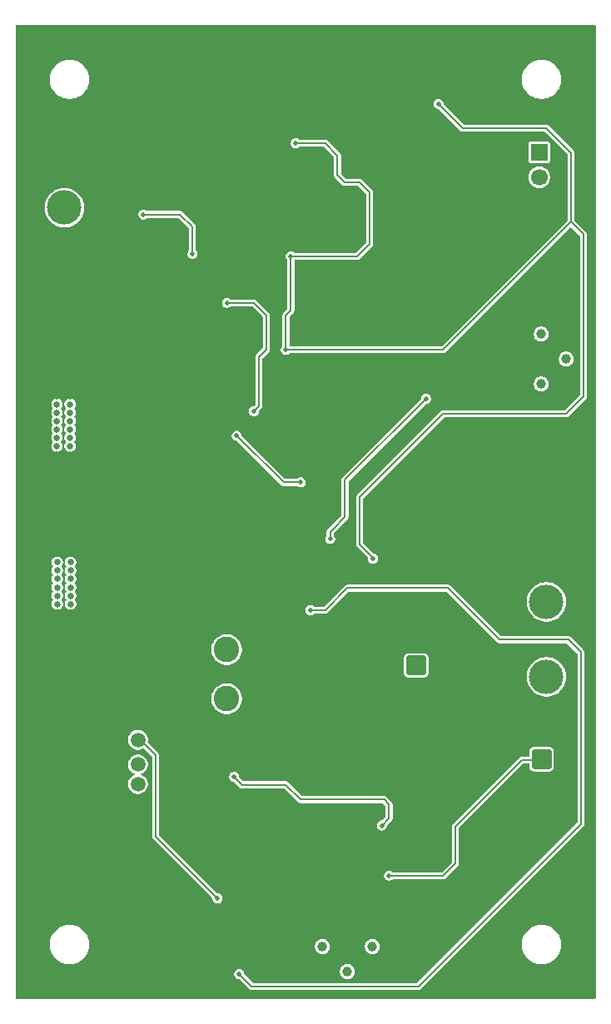
<source format=gbr>
%TF.GenerationSoftware,KiCad,Pcbnew,9.0.4*%
%TF.CreationDate,2025-09-04T23:05:58-07:00*%
%TF.ProjectId,PiTrac Pi Connector,50695472-6163-4205-9069-20436f6e6e65,rev?*%
%TF.SameCoordinates,Original*%
%TF.FileFunction,Copper,L2,Bot*%
%TF.FilePolarity,Positive*%
%FSLAX46Y46*%
G04 Gerber Fmt 4.6, Leading zero omitted, Abs format (unit mm)*
G04 Created by KiCad (PCBNEW 9.0.4) date 2025-09-04 23:05:58*
%MOMM*%
%LPD*%
G01*
G04 APERTURE LIST*
G04 Aperture macros list*
%AMRoundRect*
0 Rectangle with rounded corners*
0 $1 Rounding radius*
0 $2 $3 $4 $5 $6 $7 $8 $9 X,Y pos of 4 corners*
0 Add a 4 corners polygon primitive as box body*
4,1,4,$2,$3,$4,$5,$6,$7,$8,$9,$2,$3,0*
0 Add four circle primitives for the rounded corners*
1,1,$1+$1,$2,$3*
1,1,$1+$1,$4,$5*
1,1,$1+$1,$6,$7*
1,1,$1+$1,$8,$9*
0 Add four rect primitives between the rounded corners*
20,1,$1+$1,$2,$3,$4,$5,0*
20,1,$1+$1,$4,$5,$6,$7,0*
20,1,$1+$1,$6,$7,$8,$9,0*
20,1,$1+$1,$8,$9,$2,$3,0*%
G04 Aperture macros list end*
%TA.AperFunction,ComponentPad*%
%ADD10C,0.654000*%
%TD*%
%TA.AperFunction,ComponentPad*%
%ADD11O,2.400000X0.900000*%
%TD*%
%TA.AperFunction,ComponentPad*%
%ADD12O,1.700000X0.900000*%
%TD*%
%TA.AperFunction,ComponentPad*%
%ADD13C,2.600000*%
%TD*%
%TA.AperFunction,ComponentPad*%
%ADD14C,1.000000*%
%TD*%
%TA.AperFunction,ComponentPad*%
%ADD15RoundRect,0.250000X-0.750000X0.750000X-0.750000X-0.750000X0.750000X-0.750000X0.750000X0.750000X0*%
%TD*%
%TA.AperFunction,ComponentPad*%
%ADD16C,2.000000*%
%TD*%
%TA.AperFunction,ComponentPad*%
%ADD17C,3.500000*%
%TD*%
%TA.AperFunction,ComponentPad*%
%ADD18C,1.500000*%
%TD*%
%TA.AperFunction,ComponentPad*%
%ADD19RoundRect,0.250000X0.750000X-0.750000X0.750000X0.750000X-0.750000X0.750000X-0.750000X-0.750000X0*%
%TD*%
%TA.AperFunction,ComponentPad*%
%ADD20R,1.700000X1.700000*%
%TD*%
%TA.AperFunction,ComponentPad*%
%ADD21C,1.700000*%
%TD*%
%TA.AperFunction,ViaPad*%
%ADD22C,0.508000*%
%TD*%
%TA.AperFunction,Conductor*%
%ADD23C,0.200000*%
%TD*%
G04 APERTURE END LIST*
D10*
%TO.P,J4,A1,A1*%
%TO.N,GND*%
X100060000Y-82700000D03*
%TO.P,J4,A4,A4*%
%TO.N,+5V*%
X100060000Y-83550000D03*
%TO.P,J4,A5,A5*%
%TO.N,unconnected-(J4-PadA5)*%
X100060000Y-84400000D03*
%TO.P,J4,A6,A6*%
%TO.N,unconnected-(J4-PadA6)*%
X100060000Y-85250000D03*
%TO.P,J4,A7,A7*%
%TO.N,unconnected-(J4-PadA7)*%
X100060000Y-86100000D03*
%TO.P,J4,A8,A8*%
%TO.N,unconnected-(J4-PadA8)*%
X100060000Y-86950000D03*
%TO.P,J4,A9,A9*%
%TO.N,+5V*%
X100060000Y-87800000D03*
%TO.P,J4,A12,A12*%
%TO.N,GND*%
X100060000Y-88650000D03*
%TO.P,J4,B1,B1*%
X98710000Y-88650000D03*
%TO.P,J4,B4,B4*%
%TO.N,+5V*%
X98710000Y-87800000D03*
%TO.P,J4,B5,B5*%
%TO.N,unconnected-(J4-PadB5)*%
X98710000Y-86950000D03*
%TO.P,J4,B6,B6*%
%TO.N,unconnected-(J4-PadB6)*%
X98710000Y-86100000D03*
%TO.P,J4,B7,B7*%
%TO.N,unconnected-(J4-PadB7)*%
X98710000Y-85250000D03*
%TO.P,J4,B8,B8*%
%TO.N,unconnected-(J4-PadB8)*%
X98710000Y-84400000D03*
%TO.P,J4,B9,B9*%
%TO.N,+5V*%
X98710000Y-83550000D03*
%TO.P,J4,B12,B12*%
%TO.N,GND*%
X98710000Y-82700000D03*
D11*
%TO.P,J4,SH1,SH1*%
X99080000Y-81350000D03*
%TO.P,J4,SH2,SH2*%
X99080000Y-90000000D03*
D12*
%TO.P,J4,SH3,SH3*%
X95700000Y-81350000D03*
%TO.P,J4,SH4,SH4*%
X95700000Y-90000000D03*
%TD*%
D13*
%TO.P,L1,1,1*%
%TO.N,+5V*%
X115980000Y-108500000D03*
%TO.P,L1,2,2*%
%TO.N,Net-(D2-A)*%
X115980000Y-113500000D03*
%TD*%
D14*
%TO.P,RV2,1,1*%
%TO.N,unconnected-(RV2-Pad1)*%
X147960000Y-76420000D03*
%TO.P,RV2,2,2*%
%TO.N,Net-(R7-Pad2)*%
X150500000Y-78960000D03*
%TO.P,RV2,3,3*%
%TO.N,Net-(U4-NO)*%
X147960000Y-81500000D03*
%TD*%
D15*
%TO.P,C17,1*%
%TO.N,VIR*%
X148000000Y-119632323D03*
D16*
%TO.P,C17,2*%
%TO.N,GND*%
X148000000Y-124632323D03*
%TD*%
D17*
%TO.P,J1,1,Pin_1*%
%TO.N,+5V*%
X99460000Y-63560000D03*
%TO.P,J1,2,Pin_2*%
%TO.N,GND*%
X99460000Y-71180000D03*
%TD*%
D10*
%TO.P,J3,A1,A1*%
%TO.N,GND*%
X100100000Y-98775000D03*
%TO.P,J3,A4,A4*%
%TO.N,+5V*%
X100100000Y-99625000D03*
%TO.P,J3,A5,A5*%
%TO.N,unconnected-(J3-PadA5)*%
X100100000Y-100475000D03*
%TO.P,J3,A6,A6*%
%TO.N,unconnected-(J3-PadA6)*%
X100100000Y-101325000D03*
%TO.P,J3,A7,A7*%
%TO.N,unconnected-(J3-PadA7)*%
X100100000Y-102175000D03*
%TO.P,J3,A8,A8*%
%TO.N,unconnected-(J3-PadA8)*%
X100100000Y-103025000D03*
%TO.P,J3,A9,A9*%
%TO.N,+5V*%
X100100000Y-103875000D03*
%TO.P,J3,A12,A12*%
%TO.N,GND*%
X100100000Y-104725000D03*
%TO.P,J3,B1,B1*%
X98750000Y-104725000D03*
%TO.P,J3,B4,B4*%
%TO.N,+5V*%
X98750000Y-103875000D03*
%TO.P,J3,B5,B5*%
%TO.N,unconnected-(J3-PadB5)*%
X98750000Y-103025000D03*
%TO.P,J3,B6,B6*%
%TO.N,unconnected-(J3-PadB6)*%
X98750000Y-102175000D03*
%TO.P,J3,B7,B7*%
%TO.N,unconnected-(J3-PadB7)*%
X98750000Y-101325000D03*
%TO.P,J3,B8,B8*%
%TO.N,unconnected-(J3-PadB8)*%
X98750000Y-100475000D03*
%TO.P,J3,B9,B9*%
%TO.N,+5V*%
X98750000Y-99625000D03*
%TO.P,J3,B12,B12*%
%TO.N,GND*%
X98750000Y-98775000D03*
D11*
%TO.P,J3,SH1,SH1*%
X99120000Y-97425000D03*
%TO.P,J3,SH2,SH2*%
X99120000Y-106075000D03*
D12*
%TO.P,J3,SH3,SH3*%
X95740000Y-97425000D03*
%TO.P,J3,SH4,SH4*%
X95740000Y-106075000D03*
%TD*%
D18*
%TO.P,J6,1,+V*%
%TO.N,+5V*%
X106960000Y-117680000D03*
%TO.P,J6,2,D-*%
%TO.N,unconnected-(J6-D--Pad2)*%
X106960000Y-120180000D03*
%TO.P,J6,3,D+*%
%TO.N,unconnected-(J6-D+-Pad3)*%
X106960000Y-122180000D03*
%TO.P,J6,4,GND*%
%TO.N,GND*%
X106960000Y-124680000D03*
D17*
%TO.P,J6,SH1,SH1*%
X104250000Y-114610000D03*
%TO.P,J6,SH2,SH2*%
X104250000Y-127750000D03*
%TD*%
%TO.P,J2,1,Pin_1*%
%TO.N,VIR*%
X148500000Y-111260000D03*
%TO.P,J2,2,Pin_2*%
%TO.N,/CC Sink/VIR-RTN*%
X148500000Y-103640000D03*
%TD*%
D19*
%TO.P,C24,1*%
%TO.N,VIR*%
X135250000Y-110117677D03*
D16*
%TO.P,C24,2*%
%TO.N,GND*%
X135250000Y-105117677D03*
%TD*%
D20*
%TO.P,J7,1,Pin_1*%
%TO.N,+3.3V*%
X147750000Y-57920000D03*
D21*
%TO.P,J7,2,Pin_2*%
%TO.N,/Connectors/STROBE*%
X147750000Y-60460000D03*
%TO.P,J7,3,Pin_3*%
%TO.N,GND*%
X147750000Y-63000000D03*
%TD*%
D14*
%TO.P,RV1,1,1*%
%TO.N,Net-(U1-FB)*%
X130790000Y-138710000D03*
%TO.P,RV1,2,2*%
%TO.N,Net-(R14-Pad2)*%
X128250000Y-141250000D03*
%TO.P,RV1,3,3*%
%TO.N,unconnected-(RV1-Pad3)*%
X125710000Y-138710000D03*
%TD*%
D22*
%TO.N,+5V*%
X122000000Y-78000000D03*
X123000000Y-57000000D03*
X115042500Y-133792500D03*
X123500000Y-91500000D03*
X117000000Y-86750000D03*
X137500000Y-53000000D03*
X122500000Y-68500000D03*
X112500000Y-68250000D03*
X130850000Y-99250000D03*
X107500000Y-64250000D03*
%TO.N,GND*%
X134500000Y-58250000D03*
X147000000Y-88500000D03*
X122978885Y-113593723D03*
X132000000Y-105250000D03*
X116750000Y-105000000D03*
X144500000Y-90000000D03*
X124750000Y-66000000D03*
X123750000Y-134000000D03*
X126500000Y-92750000D03*
X143000000Y-97000000D03*
X120000000Y-65250000D03*
X123750000Y-138000000D03*
X112115000Y-125000000D03*
X108750000Y-50750000D03*
X117500000Y-80750000D03*
X128250000Y-96000000D03*
X108500000Y-143500000D03*
X109500000Y-79750000D03*
X119115000Y-123225000D03*
X153000000Y-121750000D03*
X136500000Y-127000000D03*
X135000000Y-140000000D03*
X144750000Y-82250000D03*
X115750000Y-139500000D03*
X121750000Y-137750000D03*
X137000000Y-63500000D03*
X144000000Y-106500000D03*
X113750000Y-88000000D03*
X128500000Y-136500000D03*
X119115000Y-124225000D03*
X142500000Y-98000000D03*
X125000000Y-108500000D03*
X115500000Y-81500000D03*
X111250000Y-121000000D03*
X126000000Y-95750000D03*
X113115000Y-124000000D03*
X141500000Y-98000000D03*
X151250000Y-117750000D03*
X127250000Y-65750000D03*
X124500000Y-130250000D03*
X126000000Y-67000000D03*
X152000000Y-53500000D03*
X120750000Y-141250000D03*
X144498696Y-92009122D03*
X140000000Y-136250000D03*
X119000000Y-69750000D03*
X114115000Y-120225000D03*
X146250000Y-129250000D03*
X132750000Y-135500000D03*
X110250000Y-121000000D03*
X114615000Y-128000000D03*
X144000000Y-56750000D03*
X140000000Y-97000000D03*
X146500000Y-86500000D03*
X113500000Y-96750000D03*
X132750000Y-99300000D03*
X120115000Y-123225000D03*
X115500000Y-102500000D03*
X130000000Y-140500000D03*
X123750000Y-80500000D03*
X129500000Y-99300000D03*
X144500000Y-86500000D03*
X137250000Y-120000000D03*
X123500000Y-87250000D03*
X120750000Y-139250000D03*
X139000000Y-125000000D03*
X130000000Y-104000000D03*
X113524905Y-91444397D03*
X125500000Y-98000000D03*
X140750000Y-142000000D03*
X147500000Y-85750000D03*
X112750000Y-119500000D03*
X125500000Y-74250000D03*
X110500000Y-65500000D03*
X116615000Y-128000000D03*
X144500000Y-94000000D03*
X114480000Y-128975000D03*
X129250000Y-130500000D03*
X120750000Y-128637500D03*
X142000000Y-97000000D03*
X120250000Y-103500000D03*
X112115000Y-124000000D03*
X138000000Y-74000000D03*
X131000000Y-46750000D03*
X120115000Y-124225000D03*
X132500000Y-130500000D03*
X132137500Y-58200000D03*
X140000000Y-77500000D03*
X151250000Y-112250000D03*
X110000000Y-120000000D03*
X146500000Y-89500000D03*
X144000000Y-88500000D03*
X143500000Y-98000000D03*
X118000000Y-90000000D03*
X120000000Y-69000000D03*
X128500000Y-67000000D03*
X124500000Y-88500000D03*
X144434157Y-65151020D03*
X147000000Y-87500000D03*
X133000000Y-63750000D03*
X115615000Y-129000000D03*
X139000000Y-65750000D03*
X116730000Y-128975000D03*
X117500000Y-133750000D03*
X124500000Y-99250000D03*
X137250000Y-130500000D03*
X142000000Y-125750000D03*
X126250000Y-111250000D03*
X133000000Y-120250000D03*
X135750000Y-54500000D03*
X106000000Y-46500000D03*
X125500000Y-87250000D03*
X115115000Y-120225000D03*
X135250000Y-94000000D03*
X118115000Y-121225000D03*
X119115000Y-121225000D03*
X113500000Y-79750000D03*
X116500000Y-80750000D03*
X117115000Y-120225000D03*
X118750000Y-59250000D03*
X129069136Y-81704975D03*
X126500000Y-88500000D03*
X125500000Y-120500000D03*
X123250000Y-69250000D03*
X144000000Y-97000000D03*
X125000000Y-59000000D03*
X123500000Y-67000000D03*
X142250000Y-68750000D03*
X131000000Y-130500000D03*
X128000000Y-75500000D03*
X112115000Y-122000000D03*
X145250000Y-124250000D03*
X112115000Y-121000000D03*
X109233861Y-135725279D03*
X127000000Y-94500000D03*
X128000000Y-128000000D03*
X110000000Y-87000000D03*
X113115000Y-123000000D03*
X124750000Y-90750000D03*
X120500000Y-111500000D03*
X144000000Y-91000000D03*
X129750000Y-111250000D03*
X113115000Y-121000000D03*
X142750000Y-53000000D03*
X114000000Y-135750000D03*
X146500000Y-80210000D03*
X113250000Y-120250000D03*
X139250000Y-122000000D03*
X129000000Y-120500000D03*
X127500000Y-97500000D03*
X108500000Y-141500000D03*
X125000000Y-79500000D03*
X125250000Y-117250000D03*
X107250000Y-142500000D03*
X134500000Y-50750000D03*
X117750000Y-59250000D03*
X132750000Y-133500000D03*
X128250000Y-134500000D03*
X126500000Y-134250000D03*
X150750000Y-134750000D03*
X119750000Y-60250000D03*
X145500000Y-89500000D03*
X120115000Y-121225000D03*
X132500000Y-74500000D03*
X134750000Y-86250000D03*
X124000000Y-103250000D03*
X128500000Y-132500000D03*
X121000000Y-125500000D03*
X117500000Y-137250000D03*
X127000000Y-105500000D03*
X138250000Y-62500000D03*
X141250000Y-59250000D03*
X102210000Y-120680000D03*
X135750000Y-123000000D03*
X112500000Y-98000000D03*
X128000000Y-109500000D03*
X119000000Y-67500000D03*
X118500000Y-82000000D03*
X141000000Y-97000000D03*
X127500000Y-87250000D03*
X121750000Y-128637500D03*
X119775000Y-129292500D03*
X98000000Y-56500000D03*
X118115000Y-120225000D03*
X126000000Y-59000000D03*
X133850000Y-98250000D03*
X151373525Y-71318186D03*
X151500000Y-81710000D03*
X131000000Y-86500000D03*
X113115000Y-122000000D03*
X129500000Y-66000000D03*
X119750000Y-96250000D03*
X152750000Y-102500000D03*
X152500000Y-106750000D03*
X125250000Y-125750000D03*
X144000000Y-87500000D03*
X122750000Y-102250000D03*
X140500000Y-98000000D03*
X152750000Y-85000000D03*
X116000000Y-47000000D03*
X112115000Y-123019076D03*
X132750000Y-128500000D03*
X145750000Y-108250000D03*
X121500000Y-50750000D03*
X133250000Y-67750000D03*
X152500000Y-61750000D03*
X111750000Y-94000000D03*
X125250000Y-128000000D03*
X144500000Y-96000000D03*
X141503150Y-102267070D03*
X147500000Y-90500000D03*
X113250000Y-68750000D03*
X121000000Y-77500000D03*
X118000000Y-68750000D03*
X141469355Y-47638216D03*
X131750000Y-125250000D03*
X109750000Y-74500000D03*
X115500000Y-55750000D03*
X135250000Y-107500000D03*
X144500000Y-98000000D03*
X138000000Y-56500000D03*
X153000000Y-126750000D03*
X130500000Y-134500000D03*
X143500000Y-96000000D03*
X130225488Y-90454069D03*
X98750000Y-126500000D03*
X130500000Y-120250000D03*
X140250000Y-131500000D03*
X117500000Y-98750000D03*
X122000000Y-57000000D03*
X113115000Y-125000000D03*
X146000000Y-90500000D03*
X119500000Y-84500000D03*
X144000000Y-95000000D03*
X128000000Y-55000000D03*
X152750000Y-93750000D03*
X114500000Y-98000000D03*
X145500000Y-86500000D03*
X130500000Y-126500000D03*
X117000000Y-140500000D03*
X120115000Y-120225000D03*
X109500000Y-61500000D03*
X121250000Y-87000000D03*
X119115000Y-120225000D03*
X120750000Y-107250000D03*
X136750000Y-135500000D03*
X130500000Y-128500000D03*
X114250000Y-103500000D03*
X133925633Y-80250000D03*
X116500000Y-93750000D03*
X144000000Y-93000000D03*
X122750000Y-139000000D03*
X153000000Y-114500000D03*
X105500000Y-134500000D03*
X150750000Y-124500000D03*
X121750000Y-120500000D03*
X116500000Y-97500000D03*
X119750000Y-126000000D03*
X148000000Y-122500000D03*
X116115000Y-120225000D03*
X135500000Y-95000000D03*
X116500000Y-60000000D03*
X138250000Y-105000000D03*
%TO.N,Net-(U8-Q)*%
X116000000Y-73250000D03*
X118750000Y-84250000D03*
%TO.N,VIR*%
X132500000Y-131500000D03*
%TO.N,Net-(U4-NO)*%
X136250000Y-83000000D03*
X126500000Y-97250000D03*
%TO.N,/CC Sink/STROBE-SAFE*%
X124500000Y-104500000D03*
X117250000Y-141500000D03*
%TO.N,Net-(Q4-S-Pad1)*%
X131750000Y-126387500D03*
X116730000Y-121450000D03*
%TD*%
D23*
%TO.N,+5V*%
X139000000Y-77000000D02*
X151000000Y-65000000D01*
X121750000Y-91500000D02*
X117000000Y-86750000D01*
X152250000Y-82750000D02*
X152250000Y-66250000D01*
X130850000Y-99150000D02*
X129500000Y-97800000D01*
X128000000Y-61000000D02*
X127250000Y-60250000D01*
X126000000Y-57000000D02*
X123000000Y-57000000D01*
X129500000Y-61000000D02*
X128000000Y-61000000D01*
X148500000Y-55500000D02*
X140000000Y-55500000D01*
X140000000Y-55500000D02*
X137500000Y-53000000D01*
X122500000Y-68500000D02*
X122500000Y-74000000D01*
X151000000Y-65000000D02*
X151000000Y-58000000D01*
X108750000Y-127500000D02*
X108750000Y-119250000D01*
X138000000Y-84500000D02*
X150500000Y-84500000D01*
X130500000Y-67250000D02*
X130500000Y-62000000D01*
X122500000Y-68500000D02*
X129250000Y-68500000D01*
X122500000Y-74000000D02*
X122000000Y-74500000D01*
X111250000Y-64250000D02*
X107500000Y-64250000D01*
X151000000Y-58000000D02*
X148500000Y-55500000D01*
X112500000Y-65500000D02*
X111250000Y-64250000D01*
X112500000Y-68250000D02*
X112500000Y-65500000D01*
X152250000Y-66250000D02*
X151000000Y-65000000D01*
X127250000Y-60250000D02*
X127250000Y-58250000D01*
X150500000Y-84500000D02*
X152250000Y-82750000D01*
X127250000Y-58250000D02*
X126000000Y-57000000D01*
X129250000Y-68500000D02*
X130500000Y-67250000D01*
X130500000Y-62000000D02*
X129500000Y-61000000D01*
X130850000Y-99250000D02*
X130850000Y-99150000D01*
X129500000Y-93000000D02*
X138000000Y-84500000D01*
X115042500Y-133792500D02*
X108750000Y-127500000D01*
X138000000Y-78000000D02*
X122000000Y-78000000D01*
X139000000Y-77000000D02*
X138000000Y-78000000D01*
X122000000Y-74500000D02*
X122000000Y-78000000D01*
X108750000Y-119250000D02*
X107250000Y-117750000D01*
X129500000Y-97800000D02*
X129500000Y-93000000D01*
X123500000Y-91500000D02*
X121750000Y-91500000D01*
%TO.N,GND*%
X103460000Y-114680000D02*
X104960000Y-114680000D01*
%TO.N,Net-(U8-Q)*%
X118750000Y-84250000D02*
X119250000Y-83750000D01*
X118750000Y-73250000D02*
X116000000Y-73250000D01*
X120000000Y-74500000D02*
X118750000Y-73250000D01*
X119250000Y-78750000D02*
X120000000Y-78000000D01*
X119250000Y-83750000D02*
X119250000Y-78750000D01*
X120000000Y-78000000D02*
X120000000Y-74500000D01*
%TO.N,VIR*%
X139250000Y-130250000D02*
X139250000Y-126500000D01*
X139250000Y-126500000D02*
X146000000Y-119750000D01*
X138000000Y-131500000D02*
X139250000Y-130250000D01*
X132500000Y-131500000D02*
X138000000Y-131500000D01*
X146000000Y-119750000D02*
X148000000Y-119750000D01*
%TO.N,Net-(U4-NO)*%
X128000000Y-91250000D02*
X136250000Y-83000000D01*
X128000000Y-92500000D02*
X128000000Y-91250000D01*
X126750000Y-96250000D02*
X128000000Y-95000000D01*
X126500000Y-96500000D02*
X126750000Y-96250000D01*
X128000000Y-95000000D02*
X128000000Y-92500000D01*
X126500000Y-97250000D02*
X126500000Y-96500000D01*
%TO.N,/CC Sink/STROBE-SAFE*%
X118500000Y-142750000D02*
X135500000Y-142750000D01*
X152000000Y-126250000D02*
X152000000Y-108750000D01*
X150750000Y-107500000D02*
X143750000Y-107500000D01*
X117250000Y-141500000D02*
X118500000Y-142750000D01*
X135500000Y-142750000D02*
X152000000Y-126250000D01*
X152000000Y-108750000D02*
X150750000Y-107500000D01*
X126000000Y-104500000D02*
X124500000Y-104500000D01*
X128250000Y-102250000D02*
X126000000Y-104500000D01*
X143750000Y-107500000D02*
X138500000Y-102250000D01*
X138500000Y-102250000D02*
X128250000Y-102250000D01*
%TO.N,Net-(Q4-S-Pad1)*%
X122000000Y-122250000D02*
X117530000Y-122250000D01*
X132000000Y-123750000D02*
X123500000Y-123750000D01*
X132500000Y-125637500D02*
X132500000Y-124250000D01*
X123500000Y-123750000D02*
X122000000Y-122250000D01*
X132500000Y-124250000D02*
X132000000Y-123750000D01*
X117530000Y-122250000D02*
X116730000Y-121450000D01*
X131750000Y-126387500D02*
X132500000Y-125637500D01*
%TD*%
%TA.AperFunction,Conductor*%
%TO.N,GND*%
G36*
X153485148Y-45014852D02*
G01*
X153499500Y-45049500D01*
X153499500Y-143950500D01*
X153485148Y-143985148D01*
X153450500Y-143999500D01*
X94549500Y-143999500D01*
X94514852Y-143985148D01*
X94500500Y-143950500D01*
X94500500Y-141433051D01*
X116741500Y-141433051D01*
X116741500Y-141566948D01*
X116776152Y-141696273D01*
X116776153Y-141696275D01*
X116843095Y-141812220D01*
X116843097Y-141812222D01*
X116843099Y-141812226D01*
X116937774Y-141906901D01*
X116937778Y-141906903D01*
X116937779Y-141906904D01*
X117053724Y-141973846D01*
X117053726Y-141973847D01*
X117183051Y-142008499D01*
X117183052Y-142008500D01*
X117183055Y-142008500D01*
X117236865Y-142008500D01*
X117271513Y-142022852D01*
X118216329Y-142967668D01*
X118282332Y-143033671D01*
X118363168Y-143080341D01*
X118408248Y-143092420D01*
X118453327Y-143104500D01*
X118453329Y-143104500D01*
X135546673Y-143104500D01*
X135582735Y-143094836D01*
X135636832Y-143080341D01*
X135717668Y-143033671D01*
X140382459Y-138368880D01*
X145999500Y-138368880D01*
X145999500Y-138631120D01*
X146033730Y-138891116D01*
X146033731Y-138891120D01*
X146033732Y-138891127D01*
X146101599Y-139144412D01*
X146101602Y-139144419D01*
X146201957Y-139386697D01*
X146201959Y-139386700D01*
X146333074Y-139613800D01*
X146333084Y-139613815D01*
X146492709Y-139821841D01*
X146492720Y-139821853D01*
X146678146Y-140007279D01*
X146678158Y-140007290D01*
X146886184Y-140166915D01*
X146886193Y-140166921D01*
X146886197Y-140166924D01*
X147113303Y-140298043D01*
X147355581Y-140398398D01*
X147355584Y-140398398D01*
X147355587Y-140398400D01*
X147608872Y-140466267D01*
X147608873Y-140466267D01*
X147608884Y-140466270D01*
X147868880Y-140500500D01*
X147868883Y-140500500D01*
X148131117Y-140500500D01*
X148131120Y-140500500D01*
X148391116Y-140466270D01*
X148644419Y-140398398D01*
X148886697Y-140298043D01*
X149113803Y-140166924D01*
X149321851Y-140007282D01*
X149507282Y-139821851D01*
X149666924Y-139613803D01*
X149798043Y-139386697D01*
X149898398Y-139144419D01*
X149966270Y-138891116D01*
X150000500Y-138631120D01*
X150000500Y-138368880D01*
X149966270Y-138108884D01*
X149932941Y-137984496D01*
X149898400Y-137855587D01*
X149898396Y-137855577D01*
X149798043Y-137613303D01*
X149666924Y-137386197D01*
X149666921Y-137386193D01*
X149666915Y-137386184D01*
X149507290Y-137178158D01*
X149507279Y-137178146D01*
X149321853Y-136992720D01*
X149321841Y-136992709D01*
X149113815Y-136833084D01*
X149113800Y-136833074D01*
X148886700Y-136701959D01*
X148886701Y-136701959D01*
X148886697Y-136701957D01*
X148703209Y-136625953D01*
X148644422Y-136601603D01*
X148644412Y-136601599D01*
X148391127Y-136533732D01*
X148391120Y-136533731D01*
X148391116Y-136533730D01*
X148131120Y-136499500D01*
X147868880Y-136499500D01*
X147608884Y-136533730D01*
X147608880Y-136533730D01*
X147608872Y-136533732D01*
X147355587Y-136601599D01*
X147355577Y-136601603D01*
X147196435Y-136667522D01*
X147113303Y-136701957D01*
X147113300Y-136701958D01*
X147113299Y-136701959D01*
X146886199Y-136833074D01*
X146886184Y-136833084D01*
X146678158Y-136992709D01*
X146678146Y-136992720D01*
X146492720Y-137178146D01*
X146492709Y-137178158D01*
X146333084Y-137386184D01*
X146333074Y-137386199D01*
X146201959Y-137613299D01*
X146101603Y-137855577D01*
X146101599Y-137855587D01*
X146033732Y-138108872D01*
X146033730Y-138108880D01*
X146033730Y-138108884D01*
X145999500Y-138368880D01*
X140382459Y-138368880D01*
X152283671Y-126467668D01*
X152291305Y-126454445D01*
X152330341Y-126386832D01*
X152354500Y-126296671D01*
X152354500Y-108703329D01*
X152354500Y-108703327D01*
X152332799Y-108622341D01*
X152330341Y-108613168D01*
X152283671Y-108532332D01*
X152217668Y-108466329D01*
X150967668Y-107216329D01*
X150967666Y-107216328D01*
X150967664Y-107216326D01*
X150923636Y-107190907D01*
X150886832Y-107169659D01*
X150886829Y-107169658D01*
X150796673Y-107145500D01*
X150796671Y-107145500D01*
X143917135Y-107145500D01*
X143882487Y-107131148D01*
X140522717Y-103771378D01*
X146495499Y-103771378D01*
X146511337Y-103891678D01*
X146529798Y-104031898D01*
X146529799Y-104031902D01*
X146529800Y-104031909D01*
X146597804Y-104285703D01*
X146597806Y-104285709D01*
X146698361Y-104528471D01*
X146829741Y-104756027D01*
X146829751Y-104756042D01*
X146989698Y-104964489D01*
X146989708Y-104964501D01*
X147175498Y-105150291D01*
X147175510Y-105150301D01*
X147383957Y-105310248D01*
X147383966Y-105310254D01*
X147383970Y-105310257D01*
X147611530Y-105441639D01*
X147854292Y-105542194D01*
X147854296Y-105542195D01*
X148108090Y-105610199D01*
X148108091Y-105610199D01*
X148108102Y-105610202D01*
X148368618Y-105644500D01*
X148368621Y-105644500D01*
X148631378Y-105644500D01*
X148631382Y-105644500D01*
X148891898Y-105610202D01*
X149145708Y-105542194D01*
X149388470Y-105441639D01*
X149616030Y-105310257D01*
X149824495Y-105150297D01*
X150010297Y-104964495D01*
X150149046Y-104783673D01*
X150170248Y-104756042D01*
X150170249Y-104756039D01*
X150170257Y-104756030D01*
X150301639Y-104528470D01*
X150402194Y-104285708D01*
X150470202Y-104031898D01*
X150504500Y-103771382D01*
X150504500Y-103508618D01*
X150470202Y-103248102D01*
X150402194Y-102994292D01*
X150301639Y-102751530D01*
X150170257Y-102523970D01*
X150170254Y-102523966D01*
X150170248Y-102523957D01*
X150010301Y-102315510D01*
X150010291Y-102315498D01*
X149824501Y-102129708D01*
X149824489Y-102129698D01*
X149616042Y-101969751D01*
X149616027Y-101969741D01*
X149388470Y-101838361D01*
X149388471Y-101838361D01*
X149145709Y-101737806D01*
X149145703Y-101737804D01*
X148891909Y-101669800D01*
X148891902Y-101669799D01*
X148891898Y-101669798D01*
X148631382Y-101635500D01*
X148368618Y-101635500D01*
X148108102Y-101669798D01*
X148108098Y-101669798D01*
X148108090Y-101669800D01*
X147854296Y-101737804D01*
X147854290Y-101737806D01*
X147611528Y-101838361D01*
X147383972Y-101969741D01*
X147383957Y-101969751D01*
X147175510Y-102129698D01*
X147175498Y-102129708D01*
X146989708Y-102315498D01*
X146989698Y-102315510D01*
X146829751Y-102523957D01*
X146829741Y-102523972D01*
X146698361Y-102751528D01*
X146597806Y-102994290D01*
X146597804Y-102994296D01*
X146529800Y-103248090D01*
X146529798Y-103248098D01*
X146529798Y-103248102D01*
X146498656Y-103484648D01*
X146495500Y-103508621D01*
X146495500Y-103771378D01*
X146495499Y-103771378D01*
X140522717Y-103771378D01*
X138717670Y-101966331D01*
X138717664Y-101966326D01*
X138673636Y-101940907D01*
X138636832Y-101919659D01*
X138636829Y-101919658D01*
X138546673Y-101895500D01*
X138546671Y-101895500D01*
X128299685Y-101895500D01*
X128299669Y-101895499D01*
X128296672Y-101895499D01*
X128203329Y-101895499D01*
X128203327Y-101895499D01*
X128113170Y-101919657D01*
X128113166Y-101919658D01*
X128032331Y-101966329D01*
X128032331Y-101966330D01*
X125867513Y-104131148D01*
X125832865Y-104145500D01*
X124884923Y-104145500D01*
X124850275Y-104131148D01*
X124812229Y-104093102D01*
X124812226Y-104093099D01*
X124812222Y-104093097D01*
X124812220Y-104093095D01*
X124696275Y-104026153D01*
X124696273Y-104026152D01*
X124566948Y-103991500D01*
X124566945Y-103991500D01*
X124433055Y-103991500D01*
X124433052Y-103991500D01*
X124303726Y-104026152D01*
X124303724Y-104026153D01*
X124187779Y-104093095D01*
X124187770Y-104093102D01*
X124093102Y-104187770D01*
X124093095Y-104187779D01*
X124026153Y-104303724D01*
X124026152Y-104303726D01*
X123991500Y-104433051D01*
X123991500Y-104566948D01*
X124026152Y-104696273D01*
X124026153Y-104696275D01*
X124093095Y-104812220D01*
X124093097Y-104812222D01*
X124093099Y-104812226D01*
X124187774Y-104906901D01*
X124187778Y-104906903D01*
X124187779Y-104906904D01*
X124303724Y-104973846D01*
X124303726Y-104973847D01*
X124433051Y-105008499D01*
X124433052Y-105008500D01*
X124433055Y-105008500D01*
X124566948Y-105008500D01*
X124566948Y-105008499D01*
X124696274Y-104973847D01*
X124812226Y-104906901D01*
X124850275Y-104868852D01*
X124884923Y-104854500D01*
X126046673Y-104854500D01*
X126082735Y-104844836D01*
X126136832Y-104830341D01*
X126217668Y-104783671D01*
X128382487Y-102618852D01*
X128417135Y-102604500D01*
X138332865Y-102604500D01*
X138367513Y-102618852D01*
X143532332Y-107783671D01*
X143613168Y-107830341D01*
X143658248Y-107842420D01*
X143703327Y-107854500D01*
X143703329Y-107854500D01*
X143796671Y-107854500D01*
X150582865Y-107854500D01*
X150617513Y-107868852D01*
X151631148Y-108882487D01*
X151645500Y-108917135D01*
X151645500Y-126082865D01*
X151631148Y-126117513D01*
X135367513Y-142381148D01*
X135332865Y-142395500D01*
X118667135Y-142395500D01*
X118632487Y-142381148D01*
X117772852Y-141521513D01*
X117758500Y-141486865D01*
X117758500Y-141433052D01*
X117758499Y-141433051D01*
X117723847Y-141303726D01*
X117723846Y-141303723D01*
X117662681Y-141197785D01*
X117662679Y-141197782D01*
X117656901Y-141187774D01*
X117644809Y-141175682D01*
X127495500Y-141175682D01*
X127495500Y-141324317D01*
X127524492Y-141470068D01*
X127524496Y-141470083D01*
X127545799Y-141521513D01*
X127581371Y-141607390D01*
X127663941Y-141730966D01*
X127769034Y-141836059D01*
X127892610Y-141918629D01*
X128029920Y-141975505D01*
X128101767Y-141989796D01*
X128175682Y-142004499D01*
X128175685Y-142004499D01*
X128175688Y-142004500D01*
X128175689Y-142004500D01*
X128324311Y-142004500D01*
X128324312Y-142004500D01*
X128470080Y-141975505D01*
X128607390Y-141918629D01*
X128730966Y-141836059D01*
X128836059Y-141730966D01*
X128918629Y-141607390D01*
X128975505Y-141470080D01*
X129004500Y-141324312D01*
X129004500Y-141175688D01*
X128975505Y-141029920D01*
X128918629Y-140892610D01*
X128836059Y-140769034D01*
X128730966Y-140663941D01*
X128607390Y-140581371D01*
X128607388Y-140581370D01*
X128470083Y-140524496D01*
X128470081Y-140524495D01*
X128470080Y-140524495D01*
X128470077Y-140524494D01*
X128470068Y-140524492D01*
X128324317Y-140495500D01*
X128324312Y-140495500D01*
X128175688Y-140495500D01*
X128175682Y-140495500D01*
X128029931Y-140524492D01*
X128029916Y-140524496D01*
X127892611Y-140581370D01*
X127769034Y-140663940D01*
X127663940Y-140769034D01*
X127581370Y-140892611D01*
X127524496Y-141029916D01*
X127524492Y-141029931D01*
X127495500Y-141175682D01*
X117644809Y-141175682D01*
X117562226Y-141093099D01*
X117562222Y-141093097D01*
X117562220Y-141093095D01*
X117446275Y-141026153D01*
X117446273Y-141026152D01*
X117316948Y-140991500D01*
X117316945Y-140991500D01*
X117183055Y-140991500D01*
X117183052Y-140991500D01*
X117053726Y-141026152D01*
X117053724Y-141026153D01*
X116937779Y-141093095D01*
X116937770Y-141093102D01*
X116843102Y-141187770D01*
X116843095Y-141187779D01*
X116776153Y-141303724D01*
X116776152Y-141303726D01*
X116741500Y-141433051D01*
X94500500Y-141433051D01*
X94500500Y-138368880D01*
X97999500Y-138368880D01*
X97999500Y-138631120D01*
X98033730Y-138891116D01*
X98033731Y-138891120D01*
X98033732Y-138891127D01*
X98101599Y-139144412D01*
X98101602Y-139144419D01*
X98201957Y-139386697D01*
X98201959Y-139386700D01*
X98333074Y-139613800D01*
X98333084Y-139613815D01*
X98492709Y-139821841D01*
X98492720Y-139821853D01*
X98678146Y-140007279D01*
X98678158Y-140007290D01*
X98886184Y-140166915D01*
X98886193Y-140166921D01*
X98886197Y-140166924D01*
X99113303Y-140298043D01*
X99355581Y-140398398D01*
X99355584Y-140398398D01*
X99355587Y-140398400D01*
X99608872Y-140466267D01*
X99608873Y-140466267D01*
X99608884Y-140466270D01*
X99868880Y-140500500D01*
X99868883Y-140500500D01*
X100131117Y-140500500D01*
X100131120Y-140500500D01*
X100391116Y-140466270D01*
X100644419Y-140398398D01*
X100886697Y-140298043D01*
X101113803Y-140166924D01*
X101321851Y-140007282D01*
X101507282Y-139821851D01*
X101666924Y-139613803D01*
X101798043Y-139386697D01*
X101898398Y-139144419D01*
X101966270Y-138891116D01*
X101999899Y-138635682D01*
X124955500Y-138635682D01*
X124955500Y-138784317D01*
X124984492Y-138930068D01*
X124984494Y-138930077D01*
X124984495Y-138930080D01*
X125041371Y-139067390D01*
X125123941Y-139190966D01*
X125229034Y-139296059D01*
X125352610Y-139378629D01*
X125489920Y-139435505D01*
X125561767Y-139449796D01*
X125635682Y-139464499D01*
X125635685Y-139464499D01*
X125635688Y-139464500D01*
X125635689Y-139464500D01*
X125784311Y-139464500D01*
X125784312Y-139464500D01*
X125930080Y-139435505D01*
X126067390Y-139378629D01*
X126190966Y-139296059D01*
X126296059Y-139190966D01*
X126378629Y-139067390D01*
X126435505Y-138930080D01*
X126464500Y-138784312D01*
X126464500Y-138635688D01*
X126464499Y-138635682D01*
X130035500Y-138635682D01*
X130035500Y-138784317D01*
X130064492Y-138930068D01*
X130064494Y-138930077D01*
X130064495Y-138930080D01*
X130121371Y-139067390D01*
X130203941Y-139190966D01*
X130309034Y-139296059D01*
X130432610Y-139378629D01*
X130569920Y-139435505D01*
X130641767Y-139449796D01*
X130715682Y-139464499D01*
X130715685Y-139464499D01*
X130715688Y-139464500D01*
X130715689Y-139464500D01*
X130864311Y-139464500D01*
X130864312Y-139464500D01*
X131010080Y-139435505D01*
X131147390Y-139378629D01*
X131270966Y-139296059D01*
X131376059Y-139190966D01*
X131458629Y-139067390D01*
X131515505Y-138930080D01*
X131544500Y-138784312D01*
X131544500Y-138635688D01*
X131543591Y-138631120D01*
X131515507Y-138489931D01*
X131515505Y-138489920D01*
X131458629Y-138352610D01*
X131376059Y-138229034D01*
X131270966Y-138123941D01*
X131248431Y-138108884D01*
X131209594Y-138082934D01*
X131147390Y-138041371D01*
X131147388Y-138041370D01*
X131010083Y-137984496D01*
X131010081Y-137984495D01*
X131010080Y-137984495D01*
X131010077Y-137984494D01*
X131010068Y-137984492D01*
X130864317Y-137955500D01*
X130864312Y-137955500D01*
X130715688Y-137955500D01*
X130715682Y-137955500D01*
X130569931Y-137984492D01*
X130569916Y-137984496D01*
X130432611Y-138041370D01*
X130309034Y-138123940D01*
X130203940Y-138229034D01*
X130121370Y-138352611D01*
X130064496Y-138489916D01*
X130064492Y-138489931D01*
X130035500Y-138635682D01*
X126464499Y-138635682D01*
X126463591Y-138631120D01*
X126435507Y-138489931D01*
X126435505Y-138489920D01*
X126378629Y-138352610D01*
X126296059Y-138229034D01*
X126190966Y-138123941D01*
X126168431Y-138108884D01*
X126129594Y-138082934D01*
X126067390Y-138041371D01*
X126067388Y-138041370D01*
X125930083Y-137984496D01*
X125930081Y-137984495D01*
X125930080Y-137984495D01*
X125930077Y-137984494D01*
X125930068Y-137984492D01*
X125784317Y-137955500D01*
X125784312Y-137955500D01*
X125635688Y-137955500D01*
X125635682Y-137955500D01*
X125489931Y-137984492D01*
X125489916Y-137984496D01*
X125352611Y-138041370D01*
X125229034Y-138123940D01*
X125123940Y-138229034D01*
X125041370Y-138352611D01*
X124984496Y-138489916D01*
X124984492Y-138489931D01*
X124955500Y-138635682D01*
X101999899Y-138635682D01*
X102000500Y-138631120D01*
X102000500Y-138368880D01*
X101966270Y-138108884D01*
X101932941Y-137984496D01*
X101898400Y-137855587D01*
X101898396Y-137855577D01*
X101798043Y-137613303D01*
X101666924Y-137386197D01*
X101666921Y-137386193D01*
X101666915Y-137386184D01*
X101507290Y-137178158D01*
X101507279Y-137178146D01*
X101321853Y-136992720D01*
X101321841Y-136992709D01*
X101113815Y-136833084D01*
X101113800Y-136833074D01*
X100886700Y-136701959D01*
X100886701Y-136701959D01*
X100886697Y-136701957D01*
X100703209Y-136625953D01*
X100644422Y-136601603D01*
X100644412Y-136601599D01*
X100391127Y-136533732D01*
X100391120Y-136533731D01*
X100391116Y-136533730D01*
X100131120Y-136499500D01*
X99868880Y-136499500D01*
X99608884Y-136533730D01*
X99608880Y-136533730D01*
X99608872Y-136533732D01*
X99355587Y-136601599D01*
X99355577Y-136601603D01*
X99196435Y-136667522D01*
X99113303Y-136701957D01*
X99113300Y-136701958D01*
X99113299Y-136701959D01*
X98886199Y-136833074D01*
X98886184Y-136833084D01*
X98678158Y-136992709D01*
X98678146Y-136992720D01*
X98492720Y-137178146D01*
X98492709Y-137178158D01*
X98333084Y-137386184D01*
X98333074Y-137386199D01*
X98201959Y-137613299D01*
X98101603Y-137855577D01*
X98101599Y-137855587D01*
X98033732Y-138108872D01*
X98033730Y-138108880D01*
X98033730Y-138108884D01*
X97999500Y-138368880D01*
X94500500Y-138368880D01*
X94500500Y-120081061D01*
X105955500Y-120081061D01*
X105955500Y-120278938D01*
X105994100Y-120472991D01*
X105994105Y-120473009D01*
X106057721Y-120626590D01*
X106069824Y-120655809D01*
X106179754Y-120820331D01*
X106319669Y-120960246D01*
X106484191Y-121070176D01*
X106593345Y-121115389D01*
X106640038Y-121134730D01*
X106666556Y-121161249D01*
X106666556Y-121198752D01*
X106640038Y-121225270D01*
X106484192Y-121289823D01*
X106319669Y-121399753D01*
X106179753Y-121539669D01*
X106069822Y-121704194D01*
X105994105Y-121886990D01*
X105994100Y-121887008D01*
X105955500Y-122081061D01*
X105955500Y-122278938D01*
X105994100Y-122472991D01*
X105994105Y-122473009D01*
X106069822Y-122655805D01*
X106069824Y-122655809D01*
X106179754Y-122820331D01*
X106319669Y-122960246D01*
X106484191Y-123070176D01*
X106563917Y-123103199D01*
X106666990Y-123145894D01*
X106666992Y-123145894D01*
X106666998Y-123145897D01*
X106861065Y-123184500D01*
X107058935Y-123184500D01*
X107253002Y-123145897D01*
X107435809Y-123070176D01*
X107600331Y-122960246D01*
X107740246Y-122820331D01*
X107850176Y-122655809D01*
X107925897Y-122473002D01*
X107964500Y-122278935D01*
X107964500Y-122081065D01*
X107925897Y-121886998D01*
X107913430Y-121856901D01*
X107850177Y-121704194D01*
X107850176Y-121704191D01*
X107740246Y-121539669D01*
X107600331Y-121399754D01*
X107435809Y-121289824D01*
X107435806Y-121289822D01*
X107435805Y-121289822D01*
X107279962Y-121225270D01*
X107253443Y-121198752D01*
X107253443Y-121161249D01*
X107279960Y-121134730D01*
X107435809Y-121070176D01*
X107600331Y-120960246D01*
X107740246Y-120820331D01*
X107850176Y-120655809D01*
X107925897Y-120473002D01*
X107964500Y-120278935D01*
X107964500Y-120081065D01*
X107925897Y-119886998D01*
X107850176Y-119704191D01*
X107740246Y-119539669D01*
X107600331Y-119399754D01*
X107593964Y-119395500D01*
X107545983Y-119363440D01*
X107435809Y-119289824D01*
X107435806Y-119289822D01*
X107435805Y-119289822D01*
X107253009Y-119214105D01*
X107252991Y-119214100D01*
X107058938Y-119175500D01*
X107058935Y-119175500D01*
X106861065Y-119175500D01*
X106861061Y-119175500D01*
X106667008Y-119214100D01*
X106666990Y-119214105D01*
X106484194Y-119289822D01*
X106319669Y-119399753D01*
X106179753Y-119539669D01*
X106069822Y-119704194D01*
X105994105Y-119886990D01*
X105994100Y-119887008D01*
X105955500Y-120081061D01*
X94500500Y-120081061D01*
X94500500Y-117581061D01*
X105955500Y-117581061D01*
X105955500Y-117778938D01*
X105994100Y-117972991D01*
X105994105Y-117973009D01*
X106069822Y-118155805D01*
X106069824Y-118155809D01*
X106179754Y-118320331D01*
X106319669Y-118460246D01*
X106484191Y-118570176D01*
X106484196Y-118570178D01*
X106666990Y-118645894D01*
X106666992Y-118645894D01*
X106666998Y-118645897D01*
X106861065Y-118684500D01*
X107058935Y-118684500D01*
X107253002Y-118645897D01*
X107435809Y-118570176D01*
X107482118Y-118539232D01*
X107518899Y-118531916D01*
X107543988Y-118545327D01*
X108381148Y-119382486D01*
X108395500Y-119417134D01*
X108395500Y-127453329D01*
X108395500Y-127546671D01*
X108419659Y-127636832D01*
X108440907Y-127673636D01*
X108466326Y-127717664D01*
X108466331Y-127717670D01*
X114519648Y-133770987D01*
X114534000Y-133805635D01*
X114534000Y-133859448D01*
X114568652Y-133988773D01*
X114568653Y-133988775D01*
X114635595Y-134104720D01*
X114635597Y-134104722D01*
X114635599Y-134104726D01*
X114730274Y-134199401D01*
X114730278Y-134199403D01*
X114730279Y-134199404D01*
X114846224Y-134266346D01*
X114846226Y-134266347D01*
X114975551Y-134300999D01*
X114975552Y-134301000D01*
X114975555Y-134301000D01*
X115109448Y-134301000D01*
X115109448Y-134300999D01*
X115238774Y-134266347D01*
X115354726Y-134199401D01*
X115449401Y-134104726D01*
X115516347Y-133988774D01*
X115550999Y-133859448D01*
X115551000Y-133859448D01*
X115551000Y-133725552D01*
X115550999Y-133725551D01*
X115516347Y-133596226D01*
X115516346Y-133596224D01*
X115449404Y-133480279D01*
X115449403Y-133480278D01*
X115449401Y-133480274D01*
X115354726Y-133385599D01*
X115354722Y-133385597D01*
X115354720Y-133385595D01*
X115238775Y-133318653D01*
X115238773Y-133318652D01*
X115109448Y-133284000D01*
X115109445Y-133284000D01*
X115055635Y-133284000D01*
X115020987Y-133269648D01*
X113184390Y-131433051D01*
X131991500Y-131433051D01*
X131991500Y-131566948D01*
X132026152Y-131696273D01*
X132026153Y-131696275D01*
X132093095Y-131812220D01*
X132093097Y-131812222D01*
X132093099Y-131812226D01*
X132187774Y-131906901D01*
X132187778Y-131906903D01*
X132187779Y-131906904D01*
X132303724Y-131973846D01*
X132303726Y-131973847D01*
X132433051Y-132008499D01*
X132433052Y-132008500D01*
X132433055Y-132008500D01*
X132566948Y-132008500D01*
X132566948Y-132008499D01*
X132696274Y-131973847D01*
X132812226Y-131906901D01*
X132850275Y-131868852D01*
X132884923Y-131854500D01*
X138046673Y-131854500D01*
X138082735Y-131844836D01*
X138136832Y-131830341D01*
X138217668Y-131783671D01*
X139533671Y-130467668D01*
X139580341Y-130386832D01*
X139604500Y-130296671D01*
X139604500Y-126667135D01*
X139618852Y-126632487D01*
X146132487Y-120118852D01*
X146167135Y-120104500D01*
X146696501Y-120104500D01*
X146731149Y-120118852D01*
X146745501Y-120153500D01*
X146745501Y-120430583D01*
X146751958Y-120490660D01*
X146751961Y-120490669D01*
X146802656Y-120626587D01*
X146802657Y-120626589D01*
X146802658Y-120626590D01*
X146889596Y-120742727D01*
X147005733Y-120829665D01*
X147005734Y-120829665D01*
X147005735Y-120829666D01*
X147141657Y-120880363D01*
X147159855Y-120882319D01*
X147201745Y-120886823D01*
X148798254Y-120886822D01*
X148798260Y-120886822D01*
X148858337Y-120880364D01*
X148858339Y-120880363D01*
X148858342Y-120880363D01*
X148994267Y-120829665D01*
X149110404Y-120742727D01*
X149197342Y-120626590D01*
X149248040Y-120490665D01*
X149254500Y-120430578D01*
X149254499Y-118834069D01*
X149254499Y-118834068D01*
X149254499Y-118834062D01*
X149248041Y-118773985D01*
X149248039Y-118773980D01*
X149214665Y-118684499D01*
X149197343Y-118638058D01*
X149197342Y-118638056D01*
X149110404Y-118521919D01*
X148994267Y-118434981D01*
X148994266Y-118434980D01*
X148994264Y-118434979D01*
X148858342Y-118384282D01*
X148798261Y-118377823D01*
X147201739Y-118377823D01*
X147141662Y-118384281D01*
X147141653Y-118384284D01*
X147005735Y-118434979D01*
X146889596Y-118521919D01*
X146802656Y-118638058D01*
X146751959Y-118773980D01*
X146745500Y-118834061D01*
X146745500Y-119346500D01*
X146731148Y-119381148D01*
X146696500Y-119395500D01*
X146049684Y-119395500D01*
X146049668Y-119395499D01*
X146046671Y-119395499D01*
X145953329Y-119395499D01*
X145953327Y-119395499D01*
X145863170Y-119419657D01*
X145863166Y-119419658D01*
X145782331Y-119466329D01*
X145782331Y-119466330D01*
X138966331Y-126282329D01*
X138966326Y-126282335D01*
X138919659Y-126363168D01*
X138919658Y-126363170D01*
X138895500Y-126453327D01*
X138895500Y-130082865D01*
X138881148Y-130117513D01*
X137867513Y-131131148D01*
X137832865Y-131145500D01*
X132884923Y-131145500D01*
X132850275Y-131131148D01*
X132812229Y-131093102D01*
X132812226Y-131093099D01*
X132812222Y-131093097D01*
X132812220Y-131093095D01*
X132696275Y-131026153D01*
X132696273Y-131026152D01*
X132566948Y-130991500D01*
X132566945Y-130991500D01*
X132433055Y-130991500D01*
X132433052Y-130991500D01*
X132303726Y-131026152D01*
X132303724Y-131026153D01*
X132187779Y-131093095D01*
X132187770Y-131093102D01*
X132093102Y-131187770D01*
X132093095Y-131187779D01*
X132026153Y-131303724D01*
X132026152Y-131303726D01*
X131991500Y-131433051D01*
X113184390Y-131433051D01*
X109118852Y-127367513D01*
X109104500Y-127332865D01*
X109104500Y-121383051D01*
X116221500Y-121383051D01*
X116221500Y-121516948D01*
X116256152Y-121646273D01*
X116256153Y-121646275D01*
X116323095Y-121762220D01*
X116323097Y-121762222D01*
X116323099Y-121762226D01*
X116417774Y-121856901D01*
X116417778Y-121856903D01*
X116417779Y-121856904D01*
X116533724Y-121923846D01*
X116533726Y-121923847D01*
X116663051Y-121958499D01*
X116663052Y-121958500D01*
X116663055Y-121958500D01*
X116716865Y-121958500D01*
X116751513Y-121972852D01*
X117246329Y-122467668D01*
X117312332Y-122533671D01*
X117393168Y-122580341D01*
X117438248Y-122592420D01*
X117483327Y-122604500D01*
X117483329Y-122604500D01*
X117576671Y-122604500D01*
X121832865Y-122604500D01*
X121867513Y-122618852D01*
X123214613Y-123965951D01*
X123214618Y-123965957D01*
X123216329Y-123967668D01*
X123282332Y-124033671D01*
X123363168Y-124080341D01*
X123408248Y-124092420D01*
X123453327Y-124104500D01*
X123453329Y-124104500D01*
X123546671Y-124104500D01*
X131832865Y-124104500D01*
X131867513Y-124118852D01*
X132131148Y-124382487D01*
X132145500Y-124417135D01*
X132145500Y-125470365D01*
X132131148Y-125505013D01*
X131771513Y-125864648D01*
X131736865Y-125879000D01*
X131683052Y-125879000D01*
X131553726Y-125913652D01*
X131553724Y-125913653D01*
X131437779Y-125980595D01*
X131437770Y-125980602D01*
X131343102Y-126075270D01*
X131343095Y-126075279D01*
X131276153Y-126191224D01*
X131276152Y-126191226D01*
X131241500Y-126320551D01*
X131241500Y-126454448D01*
X131276152Y-126583773D01*
X131276153Y-126583775D01*
X131343095Y-126699720D01*
X131343097Y-126699722D01*
X131343099Y-126699726D01*
X131437774Y-126794401D01*
X131437778Y-126794403D01*
X131437779Y-126794404D01*
X131553724Y-126861346D01*
X131553726Y-126861347D01*
X131683051Y-126895999D01*
X131683052Y-126896000D01*
X131683055Y-126896000D01*
X131816948Y-126896000D01*
X131816948Y-126895999D01*
X131946274Y-126861347D01*
X132062226Y-126794401D01*
X132156901Y-126699726D01*
X132223847Y-126583774D01*
X132258500Y-126454445D01*
X132258500Y-126400635D01*
X132272852Y-126365987D01*
X132521326Y-126117513D01*
X132783671Y-125855168D01*
X132830341Y-125774332D01*
X132854500Y-125684171D01*
X132854500Y-125590829D01*
X132854500Y-124203329D01*
X132854500Y-124203327D01*
X132831864Y-124118852D01*
X132830341Y-124113168D01*
X132784444Y-124033671D01*
X132783673Y-124032335D01*
X132783668Y-124032329D01*
X132217670Y-123466331D01*
X132217664Y-123466326D01*
X132173636Y-123440907D01*
X132136832Y-123419659D01*
X132136829Y-123419658D01*
X132046673Y-123395500D01*
X132046671Y-123395500D01*
X123667134Y-123395500D01*
X123632486Y-123381148D01*
X122217670Y-121966331D01*
X122217664Y-121966326D01*
X122173636Y-121940907D01*
X122136832Y-121919659D01*
X122136829Y-121919658D01*
X122046673Y-121895500D01*
X122046671Y-121895500D01*
X117697135Y-121895500D01*
X117662487Y-121881148D01*
X117252852Y-121471513D01*
X117238500Y-121436865D01*
X117238500Y-121383052D01*
X117238499Y-121383051D01*
X117203847Y-121253726D01*
X117203846Y-121253724D01*
X117136904Y-121137779D01*
X117136903Y-121137778D01*
X117136901Y-121137774D01*
X117042226Y-121043099D01*
X117042222Y-121043097D01*
X117042220Y-121043095D01*
X116926275Y-120976153D01*
X116926273Y-120976152D01*
X116796948Y-120941500D01*
X116796945Y-120941500D01*
X116663055Y-120941500D01*
X116663052Y-120941500D01*
X116533726Y-120976152D01*
X116533724Y-120976153D01*
X116417779Y-121043095D01*
X116417770Y-121043102D01*
X116323102Y-121137770D01*
X116323095Y-121137779D01*
X116256153Y-121253724D01*
X116256152Y-121253726D01*
X116221500Y-121383051D01*
X109104500Y-121383051D01*
X109104500Y-119203327D01*
X109092420Y-119158248D01*
X109080341Y-119113168D01*
X109033671Y-119032332D01*
X108967668Y-118966329D01*
X108965962Y-118964623D01*
X108965951Y-118964613D01*
X107952453Y-117951114D01*
X107938101Y-117916466D01*
X107939041Y-117906916D01*
X107964500Y-117778935D01*
X107964500Y-117581065D01*
X107925897Y-117386998D01*
X107850176Y-117204191D01*
X107740246Y-117039669D01*
X107600331Y-116899754D01*
X107435809Y-116789824D01*
X107435806Y-116789822D01*
X107435805Y-116789822D01*
X107253009Y-116714105D01*
X107252991Y-116714100D01*
X107058938Y-116675500D01*
X107058935Y-116675500D01*
X106861065Y-116675500D01*
X106861061Y-116675500D01*
X106667008Y-116714100D01*
X106666990Y-116714105D01*
X106484194Y-116789822D01*
X106319669Y-116899753D01*
X106179753Y-117039669D01*
X106069822Y-117204194D01*
X105994105Y-117386990D01*
X105994100Y-117387008D01*
X105955500Y-117581061D01*
X94500500Y-117581061D01*
X94500500Y-113377658D01*
X114425500Y-113377658D01*
X114425500Y-113622341D01*
X114463776Y-113864010D01*
X114463777Y-113864013D01*
X114539388Y-114096722D01*
X114650468Y-114314730D01*
X114650471Y-114314734D01*
X114650472Y-114314736D01*
X114794294Y-114512689D01*
X114794296Y-114512691D01*
X114794299Y-114512695D01*
X114967304Y-114685700D01*
X114967307Y-114685702D01*
X114967311Y-114685706D01*
X115165264Y-114829528D01*
X115165266Y-114829529D01*
X115165269Y-114829531D01*
X115383277Y-114940611D01*
X115383279Y-114940612D01*
X115615987Y-115016223D01*
X115857658Y-115054500D01*
X115857659Y-115054500D01*
X116102341Y-115054500D01*
X116102342Y-115054500D01*
X116344013Y-115016223D01*
X116576721Y-114940612D01*
X116794736Y-114829528D01*
X116992689Y-114685706D01*
X117165706Y-114512689D01*
X117309528Y-114314736D01*
X117420612Y-114096721D01*
X117496223Y-113864013D01*
X117534500Y-113622342D01*
X117534500Y-113377658D01*
X117496223Y-113135987D01*
X117420612Y-112903279D01*
X117420611Y-112903277D01*
X117309531Y-112685269D01*
X117309529Y-112685266D01*
X117309528Y-112685264D01*
X117165706Y-112487311D01*
X117165702Y-112487307D01*
X117165700Y-112487304D01*
X116992695Y-112314299D01*
X116992696Y-112314299D01*
X116794730Y-112170468D01*
X116576722Y-112059388D01*
X116344013Y-111983777D01*
X116344010Y-111983776D01*
X116158364Y-111954373D01*
X116102342Y-111945500D01*
X115857658Y-111945500D01*
X115812178Y-111952703D01*
X115615989Y-111983776D01*
X115615986Y-111983777D01*
X115383277Y-112059388D01*
X115165269Y-112170468D01*
X114967304Y-112314299D01*
X114794299Y-112487304D01*
X114650468Y-112685269D01*
X114539388Y-112903277D01*
X114463777Y-113135986D01*
X114463776Y-113135989D01*
X114425500Y-113377658D01*
X94500500Y-113377658D01*
X94500500Y-111391378D01*
X146495499Y-111391378D01*
X146495500Y-111391382D01*
X146529798Y-111651898D01*
X146529799Y-111651902D01*
X146529800Y-111651909D01*
X146597804Y-111905703D01*
X146597806Y-111905709D01*
X146698361Y-112148471D01*
X146829741Y-112376027D01*
X146829751Y-112376042D01*
X146989698Y-112584489D01*
X146989708Y-112584501D01*
X147175498Y-112770291D01*
X147175510Y-112770301D01*
X147383957Y-112930248D01*
X147383966Y-112930254D01*
X147383970Y-112930257D01*
X147611530Y-113061639D01*
X147854292Y-113162194D01*
X147854296Y-113162195D01*
X148108090Y-113230199D01*
X148108091Y-113230199D01*
X148108102Y-113230202D01*
X148368618Y-113264500D01*
X148368621Y-113264500D01*
X148631378Y-113264500D01*
X148631382Y-113264500D01*
X148891898Y-113230202D01*
X149145708Y-113162194D01*
X149388470Y-113061639D01*
X149616030Y-112930257D01*
X149824495Y-112770297D01*
X150010297Y-112584495D01*
X150170257Y-112376030D01*
X150301639Y-112148470D01*
X150402194Y-111905708D01*
X150470202Y-111651898D01*
X150504500Y-111391382D01*
X150504500Y-111128618D01*
X150470202Y-110868102D01*
X150402194Y-110614292D01*
X150301639Y-110371530D01*
X150170257Y-110143970D01*
X150170254Y-110143966D01*
X150170248Y-110143957D01*
X150010301Y-109935510D01*
X150010291Y-109935498D01*
X149824501Y-109749708D01*
X149824489Y-109749698D01*
X149616042Y-109589751D01*
X149616027Y-109589741D01*
X149388470Y-109458361D01*
X149388471Y-109458361D01*
X149145709Y-109357806D01*
X149145703Y-109357804D01*
X148891909Y-109289800D01*
X148891902Y-109289799D01*
X148891898Y-109289798D01*
X148631382Y-109255500D01*
X148368618Y-109255500D01*
X148108102Y-109289798D01*
X148108098Y-109289798D01*
X148108090Y-109289800D01*
X147854296Y-109357804D01*
X147854290Y-109357806D01*
X147611528Y-109458361D01*
X147383972Y-109589741D01*
X147383957Y-109589751D01*
X147175510Y-109749698D01*
X147175498Y-109749708D01*
X146989708Y-109935498D01*
X146989698Y-109935510D01*
X146829751Y-110143957D01*
X146829741Y-110143972D01*
X146698361Y-110371528D01*
X146597806Y-110614290D01*
X146597804Y-110614296D01*
X146529800Y-110868090D01*
X146529798Y-110868098D01*
X146529798Y-110868102D01*
X146495500Y-111128618D01*
X146495500Y-111128621D01*
X146495500Y-111391378D01*
X146495499Y-111391378D01*
X94500500Y-111391378D01*
X94500500Y-108377658D01*
X114425500Y-108377658D01*
X114425500Y-108622341D01*
X114463776Y-108864010D01*
X114463777Y-108864013D01*
X114539388Y-109096722D01*
X114650468Y-109314730D01*
X114650471Y-109314734D01*
X114650472Y-109314736D01*
X114794294Y-109512689D01*
X114794296Y-109512691D01*
X114794299Y-109512695D01*
X114967304Y-109685700D01*
X114967307Y-109685702D01*
X114967311Y-109685706D01*
X115165264Y-109829528D01*
X115165266Y-109829529D01*
X115165269Y-109829531D01*
X115373242Y-109935498D01*
X115383279Y-109940612D01*
X115615987Y-110016223D01*
X115857658Y-110054500D01*
X115857659Y-110054500D01*
X116102341Y-110054500D01*
X116102342Y-110054500D01*
X116344013Y-110016223D01*
X116576721Y-109940612D01*
X116794736Y-109829528D01*
X116992689Y-109685706D01*
X117165706Y-109512689D01*
X117306128Y-109319415D01*
X133995500Y-109319415D01*
X133995500Y-110915937D01*
X134001958Y-110976014D01*
X134001961Y-110976023D01*
X134052656Y-111111941D01*
X134052657Y-111111943D01*
X134052658Y-111111944D01*
X134139596Y-111228081D01*
X134255733Y-111315019D01*
X134255734Y-111315019D01*
X134255735Y-111315020D01*
X134391657Y-111365717D01*
X134409855Y-111367673D01*
X134451745Y-111372177D01*
X136048254Y-111372176D01*
X136048260Y-111372176D01*
X136108337Y-111365718D01*
X136108339Y-111365717D01*
X136108342Y-111365717D01*
X136244267Y-111315019D01*
X136360404Y-111228081D01*
X136447342Y-111111944D01*
X136447642Y-111111139D01*
X136448110Y-111109887D01*
X136448110Y-111109886D01*
X136498040Y-110976019D01*
X136504499Y-110915938D01*
X136504499Y-110915937D01*
X136504500Y-110915932D01*
X136504499Y-109319423D01*
X136504499Y-109319422D01*
X136504499Y-109319416D01*
X136498041Y-109259339D01*
X136498039Y-109259334D01*
X136447342Y-109123410D01*
X136360404Y-109007273D01*
X136244267Y-108920335D01*
X136244266Y-108920334D01*
X136244264Y-108920333D01*
X136108342Y-108869636D01*
X136048261Y-108863177D01*
X134451739Y-108863177D01*
X134391662Y-108869635D01*
X134391653Y-108869638D01*
X134255735Y-108920333D01*
X134139596Y-109007273D01*
X134052656Y-109123412D01*
X134001959Y-109259334D01*
X133995500Y-109319415D01*
X117306128Y-109319415D01*
X117309528Y-109314736D01*
X117420612Y-109096721D01*
X117496223Y-108864013D01*
X117534500Y-108622342D01*
X117534500Y-108377658D01*
X117496223Y-108135987D01*
X117420612Y-107903279D01*
X117359669Y-107783671D01*
X117309531Y-107685269D01*
X117309529Y-107685266D01*
X117309528Y-107685264D01*
X117165706Y-107487311D01*
X117165702Y-107487307D01*
X117165700Y-107487304D01*
X116992695Y-107314299D01*
X116992696Y-107314299D01*
X116794730Y-107170468D01*
X116576722Y-107059388D01*
X116344013Y-106983777D01*
X116344010Y-106983776D01*
X116158364Y-106954373D01*
X116102342Y-106945500D01*
X115857658Y-106945500D01*
X115812178Y-106952703D01*
X115615989Y-106983776D01*
X115615986Y-106983777D01*
X115383277Y-107059388D01*
X115165269Y-107170468D01*
X114967304Y-107314299D01*
X114794299Y-107487304D01*
X114650468Y-107685269D01*
X114539388Y-107903277D01*
X114463777Y-108135986D01*
X114463776Y-108135989D01*
X114425500Y-108377658D01*
X94500500Y-108377658D01*
X94500500Y-99548440D01*
X98168500Y-99548440D01*
X98168500Y-99701559D01*
X98208127Y-99849449D01*
X98208128Y-99849453D01*
X98284684Y-99982050D01*
X98317986Y-100015352D01*
X98332338Y-100050000D01*
X98317986Y-100084648D01*
X98284685Y-100117949D01*
X98284684Y-100117949D01*
X98208128Y-100250546D01*
X98208127Y-100250550D01*
X98168500Y-100398440D01*
X98168500Y-100551559D01*
X98208127Y-100699449D01*
X98208128Y-100699453D01*
X98284684Y-100832050D01*
X98317986Y-100865352D01*
X98332338Y-100900000D01*
X98317986Y-100934648D01*
X98284685Y-100967949D01*
X98284684Y-100967949D01*
X98208128Y-101100546D01*
X98208127Y-101100550D01*
X98168500Y-101248440D01*
X98168500Y-101401559D01*
X98208127Y-101549449D01*
X98208128Y-101549453D01*
X98284684Y-101682050D01*
X98317986Y-101715352D01*
X98332338Y-101750000D01*
X98317986Y-101784648D01*
X98284685Y-101817949D01*
X98284684Y-101817949D01*
X98208128Y-101950546D01*
X98208127Y-101950550D01*
X98168500Y-102098440D01*
X98168500Y-102251559D01*
X98208127Y-102399449D01*
X98208128Y-102399453D01*
X98284684Y-102532050D01*
X98317986Y-102565352D01*
X98332338Y-102600000D01*
X98317986Y-102634648D01*
X98284685Y-102667949D01*
X98284684Y-102667949D01*
X98208128Y-102800546D01*
X98208127Y-102800550D01*
X98168500Y-102948440D01*
X98168500Y-103101559D01*
X98208127Y-103249449D01*
X98208128Y-103249453D01*
X98284684Y-103382050D01*
X98317986Y-103415352D01*
X98332338Y-103450000D01*
X98317986Y-103484648D01*
X98284685Y-103517949D01*
X98284684Y-103517949D01*
X98208128Y-103650546D01*
X98208127Y-103650550D01*
X98168500Y-103798440D01*
X98168500Y-103951559D01*
X98208127Y-104099449D01*
X98208128Y-104099453D01*
X98234714Y-104145500D01*
X98284684Y-104232050D01*
X98392950Y-104340316D01*
X98441482Y-104368336D01*
X98525546Y-104416871D01*
X98525548Y-104416871D01*
X98525549Y-104416872D01*
X98642190Y-104448125D01*
X98673440Y-104456499D01*
X98673441Y-104456500D01*
X98673444Y-104456500D01*
X98826559Y-104456500D01*
X98826559Y-104456499D01*
X98974451Y-104416872D01*
X99107050Y-104340316D01*
X99215316Y-104232050D01*
X99291872Y-104099451D01*
X99331499Y-103951559D01*
X99331500Y-103951559D01*
X99331500Y-103798441D01*
X99331499Y-103798440D01*
X99291872Y-103650550D01*
X99291871Y-103650546D01*
X99215315Y-103517949D01*
X99182014Y-103484648D01*
X99167662Y-103450000D01*
X99182014Y-103415352D01*
X99215315Y-103382051D01*
X99215316Y-103382050D01*
X99291872Y-103249451D01*
X99331499Y-103101559D01*
X99331500Y-103101559D01*
X99331500Y-102948441D01*
X99331499Y-102948440D01*
X99291872Y-102800550D01*
X99291871Y-102800546D01*
X99215315Y-102667949D01*
X99182014Y-102634648D01*
X99167662Y-102600000D01*
X99182014Y-102565352D01*
X99215315Y-102532051D01*
X99215316Y-102532050D01*
X99291872Y-102399451D01*
X99331499Y-102251559D01*
X99331500Y-102251559D01*
X99331500Y-102098441D01*
X99331499Y-102098440D01*
X99291872Y-101950550D01*
X99291871Y-101950546D01*
X99215315Y-101817949D01*
X99182014Y-101784648D01*
X99167662Y-101750000D01*
X99182014Y-101715352D01*
X99215315Y-101682051D01*
X99215316Y-101682050D01*
X99291872Y-101549451D01*
X99331499Y-101401559D01*
X99331500Y-101401559D01*
X99331500Y-101248441D01*
X99331499Y-101248440D01*
X99291872Y-101100550D01*
X99291871Y-101100546D01*
X99215315Y-100967949D01*
X99182014Y-100934648D01*
X99167662Y-100900000D01*
X99182014Y-100865352D01*
X99215315Y-100832051D01*
X99215316Y-100832050D01*
X99291872Y-100699451D01*
X99331499Y-100551559D01*
X99331500Y-100551559D01*
X99331500Y-100398441D01*
X99331499Y-100398440D01*
X99291872Y-100250550D01*
X99291871Y-100250546D01*
X99215315Y-100117949D01*
X99182014Y-100084648D01*
X99167662Y-100050000D01*
X99182014Y-100015352D01*
X99215315Y-99982051D01*
X99215316Y-99982050D01*
X99291872Y-99849451D01*
X99331499Y-99701559D01*
X99331500Y-99701559D01*
X99331500Y-99548441D01*
X99331499Y-99548440D01*
X99518500Y-99548440D01*
X99518500Y-99701559D01*
X99558127Y-99849449D01*
X99558128Y-99849453D01*
X99634684Y-99982050D01*
X99667986Y-100015352D01*
X99682338Y-100050000D01*
X99667986Y-100084648D01*
X99634685Y-100117949D01*
X99634684Y-100117949D01*
X99558128Y-100250546D01*
X99558127Y-100250550D01*
X99518500Y-100398440D01*
X99518500Y-100551559D01*
X99558127Y-100699449D01*
X99558128Y-100699453D01*
X99634684Y-100832050D01*
X99667986Y-100865352D01*
X99682338Y-100900000D01*
X99667986Y-100934648D01*
X99634685Y-100967949D01*
X99634684Y-100967949D01*
X99558128Y-101100546D01*
X99558127Y-101100550D01*
X99518500Y-101248440D01*
X99518500Y-101401559D01*
X99558127Y-101549449D01*
X99558128Y-101549453D01*
X99634684Y-101682050D01*
X99667986Y-101715352D01*
X99682338Y-101750000D01*
X99667986Y-101784648D01*
X99634685Y-101817949D01*
X99634684Y-101817949D01*
X99558128Y-101950546D01*
X99558127Y-101950550D01*
X99518500Y-102098440D01*
X99518500Y-102251559D01*
X99558127Y-102399449D01*
X99558128Y-102399453D01*
X99634684Y-102532050D01*
X99667986Y-102565352D01*
X99682338Y-102600000D01*
X99667986Y-102634648D01*
X99634685Y-102667949D01*
X99634684Y-102667949D01*
X99558128Y-102800546D01*
X99558127Y-102800550D01*
X99518500Y-102948440D01*
X99518500Y-103101559D01*
X99558127Y-103249449D01*
X99558128Y-103249453D01*
X99634684Y-103382050D01*
X99667986Y-103415352D01*
X99682338Y-103450000D01*
X99667986Y-103484648D01*
X99634685Y-103517949D01*
X99634684Y-103517949D01*
X99558128Y-103650546D01*
X99558127Y-103650550D01*
X99518500Y-103798440D01*
X99518500Y-103951559D01*
X99558127Y-104099449D01*
X99558128Y-104099453D01*
X99584714Y-104145500D01*
X99634684Y-104232050D01*
X99742950Y-104340316D01*
X99791482Y-104368336D01*
X99875546Y-104416871D01*
X99875548Y-104416871D01*
X99875549Y-104416872D01*
X99992190Y-104448125D01*
X100023440Y-104456499D01*
X100023441Y-104456500D01*
X100023444Y-104456500D01*
X100176559Y-104456500D01*
X100176559Y-104456499D01*
X100324451Y-104416872D01*
X100457050Y-104340316D01*
X100565316Y-104232050D01*
X100641872Y-104099451D01*
X100681499Y-103951559D01*
X100681500Y-103951559D01*
X100681500Y-103798441D01*
X100681499Y-103798440D01*
X100641872Y-103650550D01*
X100641871Y-103650546D01*
X100565315Y-103517949D01*
X100532014Y-103484648D01*
X100517662Y-103450000D01*
X100532014Y-103415352D01*
X100565315Y-103382051D01*
X100565316Y-103382050D01*
X100641872Y-103249451D01*
X100681499Y-103101559D01*
X100681500Y-103101559D01*
X100681500Y-102948441D01*
X100681499Y-102948440D01*
X100641872Y-102800550D01*
X100641871Y-102800546D01*
X100565315Y-102667949D01*
X100532014Y-102634648D01*
X100517662Y-102600000D01*
X100532014Y-102565352D01*
X100565315Y-102532051D01*
X100565316Y-102532050D01*
X100641872Y-102399451D01*
X100681499Y-102251559D01*
X100681500Y-102251559D01*
X100681500Y-102098441D01*
X100681499Y-102098440D01*
X100641872Y-101950550D01*
X100641871Y-101950546D01*
X100565315Y-101817949D01*
X100532014Y-101784648D01*
X100517662Y-101750000D01*
X100532014Y-101715352D01*
X100565315Y-101682051D01*
X100565316Y-101682050D01*
X100641872Y-101549451D01*
X100681499Y-101401559D01*
X100681500Y-101401559D01*
X100681500Y-101248441D01*
X100681499Y-101248440D01*
X100641872Y-101100550D01*
X100641871Y-101100546D01*
X100565315Y-100967949D01*
X100532014Y-100934648D01*
X100517662Y-100900000D01*
X100532014Y-100865352D01*
X100565315Y-100832051D01*
X100565316Y-100832050D01*
X100641872Y-100699451D01*
X100681499Y-100551559D01*
X100681500Y-100551559D01*
X100681500Y-100398441D01*
X100681499Y-100398440D01*
X100641872Y-100250550D01*
X100641871Y-100250546D01*
X100565315Y-100117949D01*
X100532014Y-100084648D01*
X100517662Y-100050000D01*
X100532014Y-100015352D01*
X100565315Y-99982051D01*
X100565316Y-99982050D01*
X100641872Y-99849451D01*
X100681499Y-99701559D01*
X100681500Y-99701559D01*
X100681500Y-99548441D01*
X100681499Y-99548440D01*
X100654124Y-99446274D01*
X100641872Y-99400549D01*
X100641871Y-99400548D01*
X100641871Y-99400546D01*
X100565315Y-99267949D01*
X100457050Y-99159684D01*
X100324453Y-99083128D01*
X100324449Y-99083127D01*
X100176559Y-99043500D01*
X100176556Y-99043500D01*
X100023444Y-99043500D01*
X100023441Y-99043500D01*
X99875550Y-99083127D01*
X99875546Y-99083128D01*
X99742949Y-99159684D01*
X99742949Y-99159685D01*
X99634685Y-99267949D01*
X99634684Y-99267949D01*
X99558128Y-99400546D01*
X99558127Y-99400550D01*
X99518500Y-99548440D01*
X99331499Y-99548440D01*
X99304124Y-99446274D01*
X99291872Y-99400549D01*
X99291871Y-99400548D01*
X99291871Y-99400546D01*
X99215315Y-99267949D01*
X99107050Y-99159684D01*
X98974453Y-99083128D01*
X98974449Y-99083127D01*
X98826559Y-99043500D01*
X98826556Y-99043500D01*
X98673444Y-99043500D01*
X98673441Y-99043500D01*
X98525550Y-99083127D01*
X98525546Y-99083128D01*
X98392949Y-99159684D01*
X98392949Y-99159685D01*
X98284685Y-99267949D01*
X98284684Y-99267949D01*
X98208128Y-99400546D01*
X98208127Y-99400550D01*
X98168500Y-99548440D01*
X94500500Y-99548440D01*
X94500500Y-97183051D01*
X125991500Y-97183051D01*
X125991500Y-97316948D01*
X126026152Y-97446273D01*
X126026153Y-97446275D01*
X126093095Y-97562220D01*
X126093097Y-97562222D01*
X126093099Y-97562226D01*
X126187774Y-97656901D01*
X126187778Y-97656903D01*
X126187779Y-97656904D01*
X126303724Y-97723846D01*
X126303726Y-97723847D01*
X126433051Y-97758499D01*
X126433052Y-97758500D01*
X126433055Y-97758500D01*
X126566948Y-97758500D01*
X126566948Y-97758499D01*
X126696274Y-97723847D01*
X126812226Y-97656901D01*
X126906901Y-97562226D01*
X126973847Y-97446274D01*
X127008499Y-97316948D01*
X127008500Y-97316948D01*
X127008500Y-97183052D01*
X127008499Y-97183051D01*
X126973847Y-97053726D01*
X126973846Y-97053724D01*
X126906904Y-96937779D01*
X126906903Y-96937778D01*
X126906901Y-96937774D01*
X126868852Y-96899725D01*
X126854500Y-96865077D01*
X126854500Y-96667134D01*
X126868852Y-96632486D01*
X126967666Y-96533672D01*
X126967668Y-96533671D01*
X128283671Y-95217668D01*
X128330341Y-95136832D01*
X128354500Y-95046671D01*
X128354500Y-92453329D01*
X128354500Y-91417135D01*
X128368852Y-91382487D01*
X136228487Y-83522852D01*
X136263135Y-83508500D01*
X136316948Y-83508500D01*
X136316948Y-83508499D01*
X136446274Y-83473847D01*
X136562226Y-83406901D01*
X136656901Y-83312226D01*
X136723847Y-83196274D01*
X136758499Y-83066948D01*
X136758500Y-83066948D01*
X136758500Y-82933052D01*
X136758499Y-82933051D01*
X136723847Y-82803726D01*
X136723846Y-82803724D01*
X136656904Y-82687779D01*
X136656903Y-82687778D01*
X136656901Y-82687774D01*
X136562226Y-82593099D01*
X136562222Y-82593097D01*
X136562220Y-82593095D01*
X136446275Y-82526153D01*
X136446273Y-82526152D01*
X136316948Y-82491500D01*
X136316945Y-82491500D01*
X136183055Y-82491500D01*
X136183052Y-82491500D01*
X136053726Y-82526152D01*
X136053724Y-82526153D01*
X135937779Y-82593095D01*
X135937770Y-82593102D01*
X135843102Y-82687770D01*
X135843095Y-82687779D01*
X135776153Y-82803724D01*
X135776152Y-82803726D01*
X135741500Y-82933051D01*
X135741500Y-82986865D01*
X135727148Y-83021513D01*
X127716331Y-91032329D01*
X127716326Y-91032335D01*
X127669659Y-91113168D01*
X127669658Y-91113170D01*
X127645500Y-91203327D01*
X127645500Y-94832865D01*
X127631148Y-94867513D01*
X126469123Y-96029537D01*
X126275439Y-96223220D01*
X126275440Y-96223221D01*
X126216326Y-96282335D01*
X126169659Y-96363168D01*
X126169658Y-96363170D01*
X126145500Y-96453327D01*
X126145500Y-96865077D01*
X126131148Y-96899725D01*
X126093102Y-96937770D01*
X126093095Y-96937779D01*
X126026153Y-97053724D01*
X126026152Y-97053726D01*
X125991500Y-97183051D01*
X94500500Y-97183051D01*
X94500500Y-83473440D01*
X98128500Y-83473440D01*
X98128500Y-83626559D01*
X98168127Y-83774449D01*
X98168128Y-83774453D01*
X98244684Y-83907050D01*
X98277986Y-83940352D01*
X98292338Y-83975000D01*
X98277986Y-84009648D01*
X98244685Y-84042949D01*
X98244684Y-84042949D01*
X98168128Y-84175546D01*
X98168127Y-84175550D01*
X98128500Y-84323440D01*
X98128500Y-84476559D01*
X98168127Y-84624449D01*
X98168128Y-84624453D01*
X98244684Y-84757050D01*
X98277986Y-84790352D01*
X98292338Y-84825000D01*
X98277986Y-84859648D01*
X98244685Y-84892949D01*
X98244684Y-84892949D01*
X98168128Y-85025546D01*
X98168127Y-85025550D01*
X98128500Y-85173440D01*
X98128500Y-85326559D01*
X98168127Y-85474449D01*
X98168128Y-85474453D01*
X98244684Y-85607050D01*
X98277986Y-85640352D01*
X98292338Y-85675000D01*
X98277986Y-85709648D01*
X98244685Y-85742949D01*
X98244684Y-85742949D01*
X98168128Y-85875546D01*
X98168127Y-85875550D01*
X98128500Y-86023440D01*
X98128500Y-86176559D01*
X98168127Y-86324449D01*
X98168128Y-86324453D01*
X98244684Y-86457050D01*
X98277986Y-86490352D01*
X98292338Y-86525000D01*
X98277986Y-86559648D01*
X98244685Y-86592949D01*
X98244684Y-86592949D01*
X98168128Y-86725546D01*
X98168127Y-86725550D01*
X98128500Y-86873440D01*
X98128500Y-87026559D01*
X98168127Y-87174449D01*
X98168128Y-87174453D01*
X98244684Y-87307050D01*
X98277986Y-87340352D01*
X98292338Y-87375000D01*
X98277986Y-87409648D01*
X98244685Y-87442949D01*
X98244684Y-87442949D01*
X98168128Y-87575546D01*
X98168127Y-87575550D01*
X98128500Y-87723440D01*
X98128500Y-87876559D01*
X98168127Y-88024449D01*
X98168128Y-88024453D01*
X98244684Y-88157050D01*
X98352950Y-88265316D01*
X98401482Y-88293336D01*
X98485546Y-88341871D01*
X98485548Y-88341871D01*
X98485549Y-88341872D01*
X98602190Y-88373125D01*
X98633440Y-88381499D01*
X98633441Y-88381500D01*
X98633444Y-88381500D01*
X98786559Y-88381500D01*
X98786559Y-88381499D01*
X98934451Y-88341872D01*
X99067050Y-88265316D01*
X99175316Y-88157050D01*
X99251872Y-88024451D01*
X99291499Y-87876559D01*
X99291500Y-87876559D01*
X99291500Y-87723441D01*
X99291499Y-87723440D01*
X99251872Y-87575550D01*
X99251871Y-87575546D01*
X99175315Y-87442949D01*
X99142014Y-87409648D01*
X99127662Y-87375000D01*
X99142014Y-87340352D01*
X99175315Y-87307051D01*
X99175316Y-87307050D01*
X99251872Y-87174451D01*
X99291499Y-87026559D01*
X99291500Y-87026559D01*
X99291500Y-86873441D01*
X99291499Y-86873440D01*
X99251872Y-86725550D01*
X99251871Y-86725546D01*
X99175315Y-86592949D01*
X99142014Y-86559648D01*
X99127662Y-86525000D01*
X99142014Y-86490352D01*
X99175315Y-86457051D01*
X99175316Y-86457050D01*
X99251872Y-86324451D01*
X99291499Y-86176559D01*
X99291500Y-86176559D01*
X99291500Y-86023441D01*
X99291499Y-86023440D01*
X99251872Y-85875550D01*
X99251871Y-85875546D01*
X99175315Y-85742949D01*
X99142014Y-85709648D01*
X99127662Y-85675000D01*
X99142014Y-85640352D01*
X99175315Y-85607051D01*
X99175316Y-85607050D01*
X99251872Y-85474451D01*
X99291499Y-85326559D01*
X99291500Y-85326559D01*
X99291500Y-85173441D01*
X99291499Y-85173440D01*
X99251872Y-85025550D01*
X99251871Y-85025546D01*
X99175315Y-84892949D01*
X99142014Y-84859648D01*
X99127662Y-84825000D01*
X99142014Y-84790352D01*
X99175315Y-84757051D01*
X99175316Y-84757050D01*
X99251872Y-84624451D01*
X99291499Y-84476559D01*
X99291500Y-84476559D01*
X99291500Y-84323441D01*
X99291499Y-84323440D01*
X99269902Y-84242839D01*
X99251872Y-84175549D01*
X99251871Y-84175548D01*
X99251871Y-84175546D01*
X99203336Y-84091482D01*
X99175316Y-84042950D01*
X99142014Y-84009648D01*
X99127662Y-83975000D01*
X99142014Y-83940352D01*
X99175315Y-83907051D01*
X99175316Y-83907050D01*
X99251872Y-83774451D01*
X99291499Y-83626559D01*
X99291500Y-83626559D01*
X99291500Y-83473441D01*
X99291499Y-83473440D01*
X99478500Y-83473440D01*
X99478500Y-83626559D01*
X99518127Y-83774449D01*
X99518128Y-83774453D01*
X99594684Y-83907050D01*
X99627986Y-83940352D01*
X99642338Y-83975000D01*
X99627986Y-84009648D01*
X99594685Y-84042949D01*
X99594684Y-84042949D01*
X99518128Y-84175546D01*
X99518127Y-84175550D01*
X99478500Y-84323440D01*
X99478500Y-84476559D01*
X99518127Y-84624449D01*
X99518128Y-84624453D01*
X99594684Y-84757050D01*
X99627986Y-84790352D01*
X99642338Y-84825000D01*
X99627986Y-84859648D01*
X99594685Y-84892949D01*
X99594684Y-84892949D01*
X99518128Y-85025546D01*
X99518127Y-85025550D01*
X99478500Y-85173440D01*
X99478500Y-85326559D01*
X99518127Y-85474449D01*
X99518128Y-85474453D01*
X99594684Y-85607050D01*
X99627986Y-85640352D01*
X99642338Y-85675000D01*
X99627986Y-85709648D01*
X99594685Y-85742949D01*
X99594684Y-85742949D01*
X99518128Y-85875546D01*
X99518127Y-85875550D01*
X99478500Y-86023440D01*
X99478500Y-86176559D01*
X99518127Y-86324449D01*
X99518128Y-86324453D01*
X99594684Y-86457050D01*
X99627986Y-86490352D01*
X99642338Y-86525000D01*
X99627986Y-86559648D01*
X99594685Y-86592949D01*
X99594684Y-86592949D01*
X99518128Y-86725546D01*
X99518127Y-86725550D01*
X99478500Y-86873440D01*
X99478500Y-87026559D01*
X99518127Y-87174449D01*
X99518128Y-87174453D01*
X99594684Y-87307050D01*
X99627986Y-87340352D01*
X99642338Y-87375000D01*
X99627986Y-87409648D01*
X99594685Y-87442949D01*
X99594684Y-87442949D01*
X99518128Y-87575546D01*
X99518127Y-87575550D01*
X99478500Y-87723440D01*
X99478500Y-87876559D01*
X99518127Y-88024449D01*
X99518128Y-88024453D01*
X99594684Y-88157050D01*
X99702950Y-88265316D01*
X99751482Y-88293336D01*
X99835546Y-88341871D01*
X99835548Y-88341871D01*
X99835549Y-88341872D01*
X99952190Y-88373125D01*
X99983440Y-88381499D01*
X99983441Y-88381500D01*
X99983444Y-88381500D01*
X100136559Y-88381500D01*
X100136559Y-88381499D01*
X100284451Y-88341872D01*
X100417050Y-88265316D01*
X100525316Y-88157050D01*
X100601872Y-88024451D01*
X100641499Y-87876559D01*
X100641500Y-87876559D01*
X100641500Y-87723441D01*
X100641499Y-87723440D01*
X100601872Y-87575550D01*
X100601871Y-87575546D01*
X100525315Y-87442949D01*
X100492014Y-87409648D01*
X100477662Y-87375000D01*
X100492014Y-87340352D01*
X100525315Y-87307051D01*
X100525316Y-87307050D01*
X100601872Y-87174451D01*
X100641499Y-87026559D01*
X100641500Y-87026559D01*
X100641500Y-86873441D01*
X100641499Y-86873440D01*
X100601872Y-86725550D01*
X100601871Y-86725546D01*
X100589629Y-86704343D01*
X100577336Y-86683051D01*
X116491500Y-86683051D01*
X116491500Y-86816948D01*
X116526152Y-86946273D01*
X116526153Y-86946275D01*
X116593095Y-87062220D01*
X116593097Y-87062222D01*
X116593099Y-87062226D01*
X116687774Y-87156901D01*
X116687778Y-87156903D01*
X116687779Y-87156904D01*
X116803724Y-87223846D01*
X116803726Y-87223847D01*
X116933051Y-87258499D01*
X116933052Y-87258500D01*
X116933055Y-87258500D01*
X116986865Y-87258500D01*
X117021513Y-87272852D01*
X121464613Y-91715951D01*
X121464618Y-91715957D01*
X121466329Y-91717668D01*
X121532332Y-91783671D01*
X121613168Y-91830341D01*
X121658248Y-91842420D01*
X121703327Y-91854500D01*
X121703329Y-91854500D01*
X123115077Y-91854500D01*
X123149725Y-91868852D01*
X123187774Y-91906901D01*
X123187778Y-91906903D01*
X123187779Y-91906904D01*
X123303724Y-91973846D01*
X123303726Y-91973847D01*
X123433051Y-92008499D01*
X123433052Y-92008500D01*
X123433055Y-92008500D01*
X123566948Y-92008500D01*
X123566948Y-92008499D01*
X123696274Y-91973847D01*
X123812226Y-91906901D01*
X123906901Y-91812226D01*
X123973847Y-91696274D01*
X124008499Y-91566948D01*
X124008500Y-91566948D01*
X124008500Y-91433052D01*
X124008499Y-91433051D01*
X123973847Y-91303726D01*
X123973846Y-91303724D01*
X123906904Y-91187779D01*
X123906903Y-91187778D01*
X123906901Y-91187774D01*
X123812226Y-91093099D01*
X123812222Y-91093097D01*
X123812220Y-91093095D01*
X123696275Y-91026153D01*
X123696273Y-91026152D01*
X123566948Y-90991500D01*
X123566945Y-90991500D01*
X123433055Y-90991500D01*
X123433052Y-90991500D01*
X123303726Y-91026152D01*
X123303724Y-91026153D01*
X123187779Y-91093095D01*
X123187770Y-91093102D01*
X123149725Y-91131148D01*
X123115077Y-91145500D01*
X121917134Y-91145500D01*
X121882486Y-91131148D01*
X117522852Y-86771513D01*
X117508500Y-86736865D01*
X117508500Y-86683052D01*
X117508499Y-86683051D01*
X117473847Y-86553726D01*
X117473846Y-86553724D01*
X117406904Y-86437779D01*
X117406903Y-86437778D01*
X117406901Y-86437774D01*
X117312226Y-86343099D01*
X117312222Y-86343097D01*
X117312220Y-86343095D01*
X117196275Y-86276153D01*
X117196273Y-86276152D01*
X117066948Y-86241500D01*
X117066945Y-86241500D01*
X116933055Y-86241500D01*
X116933052Y-86241500D01*
X116803726Y-86276152D01*
X116803724Y-86276153D01*
X116687779Y-86343095D01*
X116687770Y-86343102D01*
X116593102Y-86437770D01*
X116593095Y-86437779D01*
X116526153Y-86553724D01*
X116526152Y-86553726D01*
X116491500Y-86683051D01*
X100577336Y-86683051D01*
X100525315Y-86592949D01*
X100492014Y-86559648D01*
X100477662Y-86525000D01*
X100492014Y-86490352D01*
X100525315Y-86457051D01*
X100525316Y-86457050D01*
X100601872Y-86324451D01*
X100641499Y-86176559D01*
X100641500Y-86176559D01*
X100641500Y-86023441D01*
X100641499Y-86023440D01*
X100601872Y-85875550D01*
X100601871Y-85875546D01*
X100525315Y-85742949D01*
X100492014Y-85709648D01*
X100477662Y-85675000D01*
X100492014Y-85640352D01*
X100525315Y-85607051D01*
X100525316Y-85607050D01*
X100601872Y-85474451D01*
X100641499Y-85326559D01*
X100641500Y-85326559D01*
X100641500Y-85173441D01*
X100641499Y-85173440D01*
X100601872Y-85025550D01*
X100601871Y-85025546D01*
X100525315Y-84892949D01*
X100492014Y-84859648D01*
X100477662Y-84825000D01*
X100492014Y-84790352D01*
X100525315Y-84757051D01*
X100525316Y-84757050D01*
X100601872Y-84624451D01*
X100641499Y-84476559D01*
X100641500Y-84476559D01*
X100641500Y-84323441D01*
X100641499Y-84323440D01*
X100619902Y-84242839D01*
X100601872Y-84175549D01*
X100601871Y-84175548D01*
X100601871Y-84175546D01*
X100553336Y-84091482D01*
X100525316Y-84042950D01*
X100492014Y-84009648D01*
X100477662Y-83975000D01*
X100492014Y-83940352D01*
X100525315Y-83907051D01*
X100525316Y-83907050D01*
X100601872Y-83774451D01*
X100641499Y-83626559D01*
X100641500Y-83626559D01*
X100641500Y-83473441D01*
X100641499Y-83473440D01*
X100601872Y-83325550D01*
X100601871Y-83325546D01*
X100553336Y-83241482D01*
X100525316Y-83192950D01*
X100417050Y-83084684D01*
X100284453Y-83008128D01*
X100284449Y-83008127D01*
X100136559Y-82968500D01*
X100136556Y-82968500D01*
X99983444Y-82968500D01*
X99983441Y-82968500D01*
X99835550Y-83008127D01*
X99835546Y-83008128D01*
X99702949Y-83084684D01*
X99702949Y-83084685D01*
X99594685Y-83192949D01*
X99594684Y-83192949D01*
X99518128Y-83325546D01*
X99518127Y-83325550D01*
X99478500Y-83473440D01*
X99291499Y-83473440D01*
X99251872Y-83325550D01*
X99251871Y-83325546D01*
X99203336Y-83241482D01*
X99175316Y-83192950D01*
X99067050Y-83084684D01*
X98934453Y-83008128D01*
X98934449Y-83008127D01*
X98786559Y-82968500D01*
X98786556Y-82968500D01*
X98633444Y-82968500D01*
X98633441Y-82968500D01*
X98485550Y-83008127D01*
X98485546Y-83008128D01*
X98352949Y-83084684D01*
X98352949Y-83084685D01*
X98244685Y-83192949D01*
X98244684Y-83192949D01*
X98168128Y-83325546D01*
X98168127Y-83325550D01*
X98128500Y-83473440D01*
X94500500Y-83473440D01*
X94500500Y-73183051D01*
X115491500Y-73183051D01*
X115491500Y-73316948D01*
X115526152Y-73446273D01*
X115526153Y-73446275D01*
X115593095Y-73562220D01*
X115593097Y-73562222D01*
X115593099Y-73562226D01*
X115687774Y-73656901D01*
X115687778Y-73656903D01*
X115687779Y-73656904D01*
X115803724Y-73723846D01*
X115803726Y-73723847D01*
X115933051Y-73758499D01*
X115933052Y-73758500D01*
X115933055Y-73758500D01*
X116066948Y-73758500D01*
X116066948Y-73758499D01*
X116196274Y-73723847D01*
X116312226Y-73656901D01*
X116350275Y-73618852D01*
X116384923Y-73604500D01*
X118582865Y-73604500D01*
X118617513Y-73618852D01*
X119631148Y-74632487D01*
X119645500Y-74667135D01*
X119645500Y-77832865D01*
X119631148Y-77867513D01*
X118966331Y-78532329D01*
X118966326Y-78532335D01*
X118919659Y-78613168D01*
X118919658Y-78613170D01*
X118895500Y-78703327D01*
X118895500Y-83582865D01*
X118881148Y-83617513D01*
X118771513Y-83727148D01*
X118736865Y-83741500D01*
X118683052Y-83741500D01*
X118553726Y-83776152D01*
X118553724Y-83776153D01*
X118437779Y-83843095D01*
X118437770Y-83843102D01*
X118343102Y-83937770D01*
X118343095Y-83937779D01*
X118276153Y-84053724D01*
X118276152Y-84053726D01*
X118241500Y-84183051D01*
X118241500Y-84316948D01*
X118276152Y-84446273D01*
X118276153Y-84446275D01*
X118343095Y-84562220D01*
X118343097Y-84562222D01*
X118343099Y-84562226D01*
X118437774Y-84656901D01*
X118437778Y-84656903D01*
X118437779Y-84656904D01*
X118553724Y-84723846D01*
X118553726Y-84723847D01*
X118683051Y-84758499D01*
X118683052Y-84758500D01*
X118683055Y-84758500D01*
X118816948Y-84758500D01*
X118816948Y-84758499D01*
X118946274Y-84723847D01*
X119062226Y-84656901D01*
X119156901Y-84562226D01*
X119223847Y-84446274D01*
X119258499Y-84316948D01*
X119258500Y-84316948D01*
X119258500Y-84263135D01*
X119272852Y-84228487D01*
X119370191Y-84131148D01*
X119533671Y-83967668D01*
X119580341Y-83886832D01*
X119604500Y-83796671D01*
X119604500Y-81425682D01*
X147205500Y-81425682D01*
X147205500Y-81574317D01*
X147234492Y-81720068D01*
X147234494Y-81720077D01*
X147234495Y-81720080D01*
X147291371Y-81857390D01*
X147373941Y-81980966D01*
X147479034Y-82086059D01*
X147602610Y-82168629D01*
X147739920Y-82225505D01*
X147811767Y-82239796D01*
X147885682Y-82254499D01*
X147885685Y-82254499D01*
X147885688Y-82254500D01*
X147885689Y-82254500D01*
X148034311Y-82254500D01*
X148034312Y-82254500D01*
X148180080Y-82225505D01*
X148317390Y-82168629D01*
X148440966Y-82086059D01*
X148546059Y-81980966D01*
X148628629Y-81857390D01*
X148685505Y-81720080D01*
X148714500Y-81574312D01*
X148714500Y-81425688D01*
X148685505Y-81279920D01*
X148628629Y-81142610D01*
X148546059Y-81019034D01*
X148440966Y-80913941D01*
X148317390Y-80831371D01*
X148317388Y-80831370D01*
X148180083Y-80774496D01*
X148180081Y-80774495D01*
X148180080Y-80774495D01*
X148180077Y-80774494D01*
X148180068Y-80774492D01*
X148034317Y-80745500D01*
X148034312Y-80745500D01*
X147885688Y-80745500D01*
X147885682Y-80745500D01*
X147739931Y-80774492D01*
X147739916Y-80774496D01*
X147602611Y-80831370D01*
X147479034Y-80913940D01*
X147373940Y-81019034D01*
X147291370Y-81142611D01*
X147234496Y-81279916D01*
X147234492Y-81279931D01*
X147205500Y-81425682D01*
X119604500Y-81425682D01*
X119604500Y-78917135D01*
X119617529Y-78885682D01*
X149745500Y-78885682D01*
X149745500Y-79034317D01*
X149774492Y-79180068D01*
X149774494Y-79180077D01*
X149774495Y-79180080D01*
X149831371Y-79317390D01*
X149913941Y-79440966D01*
X150019034Y-79546059D01*
X150142610Y-79628629D01*
X150279920Y-79685505D01*
X150351767Y-79699796D01*
X150425682Y-79714499D01*
X150425685Y-79714499D01*
X150425688Y-79714500D01*
X150425689Y-79714500D01*
X150574311Y-79714500D01*
X150574312Y-79714500D01*
X150720080Y-79685505D01*
X150857390Y-79628629D01*
X150980966Y-79546059D01*
X151086059Y-79440966D01*
X151168629Y-79317390D01*
X151225505Y-79180080D01*
X151254500Y-79034312D01*
X151254500Y-78885688D01*
X151225505Y-78739920D01*
X151168629Y-78602610D01*
X151086059Y-78479034D01*
X150980966Y-78373941D01*
X150857390Y-78291371D01*
X150857388Y-78291370D01*
X150720083Y-78234496D01*
X150720081Y-78234495D01*
X150720080Y-78234495D01*
X150720077Y-78234494D01*
X150720068Y-78234492D01*
X150574317Y-78205500D01*
X150574312Y-78205500D01*
X150425688Y-78205500D01*
X150425682Y-78205500D01*
X150279931Y-78234492D01*
X150279916Y-78234496D01*
X150142611Y-78291370D01*
X150019034Y-78373940D01*
X149913940Y-78479034D01*
X149831370Y-78602611D01*
X149774496Y-78739916D01*
X149774492Y-78739931D01*
X149745500Y-78885682D01*
X119617529Y-78885682D01*
X119618852Y-78882487D01*
X119652706Y-78848633D01*
X119898729Y-78602610D01*
X120283671Y-78217668D01*
X120330341Y-78136832D01*
X120354500Y-78046671D01*
X120354500Y-77953329D01*
X120354500Y-77933051D01*
X121491500Y-77933051D01*
X121491500Y-78066948D01*
X121526152Y-78196273D01*
X121526153Y-78196275D01*
X121593095Y-78312220D01*
X121593097Y-78312222D01*
X121593099Y-78312226D01*
X121687774Y-78406901D01*
X121687778Y-78406903D01*
X121687779Y-78406904D01*
X121803724Y-78473846D01*
X121803726Y-78473847D01*
X121933051Y-78508499D01*
X121933052Y-78508500D01*
X121933055Y-78508500D01*
X122066948Y-78508500D01*
X122066948Y-78508499D01*
X122196274Y-78473847D01*
X122312226Y-78406901D01*
X122350275Y-78368852D01*
X122384923Y-78354500D01*
X138046673Y-78354500D01*
X138082735Y-78344836D01*
X138136832Y-78330341D01*
X138217668Y-78283671D01*
X139283671Y-77217668D01*
X140155657Y-76345682D01*
X147205500Y-76345682D01*
X147205500Y-76494317D01*
X147234492Y-76640068D01*
X147234496Y-76640083D01*
X147291370Y-76777388D01*
X147291371Y-76777390D01*
X147373941Y-76900966D01*
X147479034Y-77006059D01*
X147602610Y-77088629D01*
X147739920Y-77145505D01*
X147811767Y-77159796D01*
X147885682Y-77174499D01*
X147885685Y-77174499D01*
X147885688Y-77174500D01*
X147885689Y-77174500D01*
X148034311Y-77174500D01*
X148034312Y-77174500D01*
X148180080Y-77145505D01*
X148317390Y-77088629D01*
X148440966Y-77006059D01*
X148546059Y-76900966D01*
X148628629Y-76777390D01*
X148685505Y-76640080D01*
X148714500Y-76494312D01*
X148714500Y-76345688D01*
X148685505Y-76199920D01*
X148628629Y-76062610D01*
X148546059Y-75939034D01*
X148440966Y-75833941D01*
X148317390Y-75751371D01*
X148317388Y-75751370D01*
X148180083Y-75694496D01*
X148180081Y-75694495D01*
X148180080Y-75694495D01*
X148180077Y-75694494D01*
X148180068Y-75694492D01*
X148034317Y-75665500D01*
X148034312Y-75665500D01*
X147885688Y-75665500D01*
X147885682Y-75665500D01*
X147739931Y-75694492D01*
X147739916Y-75694496D01*
X147602611Y-75751370D01*
X147479034Y-75833940D01*
X147373940Y-75939034D01*
X147291370Y-76062611D01*
X147234496Y-76199916D01*
X147234492Y-76199931D01*
X147205500Y-76345682D01*
X140155657Y-76345682D01*
X150965352Y-65535987D01*
X151000000Y-65521635D01*
X151034648Y-65535987D01*
X151881148Y-66382487D01*
X151895500Y-66417135D01*
X151895500Y-82582865D01*
X151881148Y-82617513D01*
X150367513Y-84131148D01*
X150332865Y-84145500D01*
X137953327Y-84145500D01*
X137863170Y-84169658D01*
X137863168Y-84169659D01*
X137782335Y-84216326D01*
X137782329Y-84216331D01*
X129216331Y-92782329D01*
X129216326Y-92782335D01*
X129169659Y-92863168D01*
X129169658Y-92863170D01*
X129145500Y-92953327D01*
X129145500Y-92953329D01*
X129145500Y-97753329D01*
X129145500Y-97846671D01*
X129169659Y-97936832D01*
X129190907Y-97973636D01*
X129216326Y-98017664D01*
X129216331Y-98017670D01*
X130329994Y-99131333D01*
X130344346Y-99165981D01*
X130342677Y-99178661D01*
X130341500Y-99183054D01*
X130341500Y-99316948D01*
X130376152Y-99446273D01*
X130376153Y-99446275D01*
X130443095Y-99562220D01*
X130443097Y-99562222D01*
X130443099Y-99562226D01*
X130537774Y-99656901D01*
X130537778Y-99656903D01*
X130537779Y-99656904D01*
X130653724Y-99723846D01*
X130653726Y-99723847D01*
X130783051Y-99758499D01*
X130783052Y-99758500D01*
X130783055Y-99758500D01*
X130916948Y-99758500D01*
X130916948Y-99758499D01*
X131046274Y-99723847D01*
X131162226Y-99656901D01*
X131256901Y-99562226D01*
X131323847Y-99446274D01*
X131358499Y-99316948D01*
X131358500Y-99316948D01*
X131358500Y-99183052D01*
X131358499Y-99183051D01*
X131323847Y-99053726D01*
X131323846Y-99053724D01*
X131256904Y-98937779D01*
X131256903Y-98937778D01*
X131256901Y-98937774D01*
X131162226Y-98843099D01*
X131162222Y-98843097D01*
X131162220Y-98843095D01*
X131046275Y-98776153D01*
X131046273Y-98776152D01*
X130964998Y-98754375D01*
X130943032Y-98741693D01*
X129868852Y-97667513D01*
X129854500Y-97632865D01*
X129854500Y-93167135D01*
X129868852Y-93132487D01*
X138132487Y-84868852D01*
X138167135Y-84854500D01*
X150546673Y-84854500D01*
X150582735Y-84844836D01*
X150636832Y-84830341D01*
X150717668Y-84783671D01*
X152533671Y-82967668D01*
X152580341Y-82886832D01*
X152604500Y-82796671D01*
X152604500Y-66203329D01*
X152604500Y-66203327D01*
X152592420Y-66158248D01*
X152580341Y-66113168D01*
X152533671Y-66032332D01*
X152467668Y-65966329D01*
X151368852Y-64867513D01*
X151354500Y-64832865D01*
X151354500Y-57953327D01*
X151342420Y-57908248D01*
X151330341Y-57863168D01*
X151283671Y-57782332D01*
X151217668Y-57716329D01*
X148717668Y-55216329D01*
X148717666Y-55216328D01*
X148717664Y-55216326D01*
X148673636Y-55190907D01*
X148636832Y-55169659D01*
X148636829Y-55169658D01*
X148546673Y-55145500D01*
X148546671Y-55145500D01*
X140167135Y-55145500D01*
X140132487Y-55131148D01*
X138022852Y-53021513D01*
X138008500Y-52986865D01*
X138008500Y-52933052D01*
X138008499Y-52933051D01*
X137973847Y-52803726D01*
X137973846Y-52803724D01*
X137906904Y-52687779D01*
X137906903Y-52687778D01*
X137906901Y-52687774D01*
X137812226Y-52593099D01*
X137812222Y-52593097D01*
X137812220Y-52593095D01*
X137696275Y-52526153D01*
X137696273Y-52526152D01*
X137566948Y-52491500D01*
X137566945Y-52491500D01*
X137433055Y-52491500D01*
X137433052Y-52491500D01*
X137303726Y-52526152D01*
X137303724Y-52526153D01*
X137187779Y-52593095D01*
X137187770Y-52593102D01*
X137093102Y-52687770D01*
X137093095Y-52687779D01*
X137026153Y-52803724D01*
X137026152Y-52803726D01*
X136991500Y-52933051D01*
X136991500Y-53066948D01*
X137026152Y-53196273D01*
X137026153Y-53196275D01*
X137093095Y-53312220D01*
X137093097Y-53312222D01*
X137093099Y-53312226D01*
X137187774Y-53406901D01*
X137187778Y-53406903D01*
X137187779Y-53406904D01*
X137303724Y-53473846D01*
X137303726Y-53473847D01*
X137433051Y-53508499D01*
X137433052Y-53508500D01*
X137433055Y-53508500D01*
X137486865Y-53508500D01*
X137521513Y-53522852D01*
X139716329Y-55717668D01*
X139782332Y-55783671D01*
X139863168Y-55830341D01*
X139908248Y-55842420D01*
X139953327Y-55854500D01*
X139953329Y-55854500D01*
X140046671Y-55854500D01*
X148332865Y-55854500D01*
X148367513Y-55868852D01*
X150631148Y-58132487D01*
X150645500Y-58167135D01*
X150645500Y-64832865D01*
X150631148Y-64867513D01*
X137867513Y-77631148D01*
X137832865Y-77645500D01*
X122403500Y-77645500D01*
X122368852Y-77631148D01*
X122354500Y-77596500D01*
X122354500Y-74667135D01*
X122368852Y-74632487D01*
X122783668Y-74217671D01*
X122783671Y-74217668D01*
X122784444Y-74216329D01*
X122830341Y-74136832D01*
X122854500Y-74046671D01*
X122854500Y-68903500D01*
X122868852Y-68868852D01*
X122903500Y-68854500D01*
X129296673Y-68854500D01*
X129332735Y-68844836D01*
X129386832Y-68830341D01*
X129467668Y-68783671D01*
X130783671Y-67467668D01*
X130830341Y-67386832D01*
X130854500Y-67296671D01*
X130854500Y-62050627D01*
X130854501Y-62050614D01*
X130854501Y-61953327D01*
X130830342Y-61863170D01*
X130830341Y-61863166D01*
X130783670Y-61782331D01*
X129717670Y-60716331D01*
X129717664Y-60716326D01*
X129673636Y-60690907D01*
X129636832Y-60669659D01*
X129636829Y-60669658D01*
X129546673Y-60645500D01*
X129546671Y-60645500D01*
X128167135Y-60645500D01*
X128132487Y-60631148D01*
X127874413Y-60373074D01*
X146645500Y-60373074D01*
X146645500Y-60546925D01*
X146672696Y-60718635D01*
X146672697Y-60718638D01*
X146726420Y-60883982D01*
X146805343Y-61038878D01*
X146805346Y-61038882D01*
X146805347Y-61038884D01*
X146907535Y-61179533D01*
X146907537Y-61179535D01*
X146907540Y-61179539D01*
X147030460Y-61302459D01*
X147030463Y-61302461D01*
X147030467Y-61302465D01*
X147171116Y-61404653D01*
X147171118Y-61404654D01*
X147171121Y-61404656D01*
X147326017Y-61483579D01*
X147326019Y-61483580D01*
X147491362Y-61537303D01*
X147663074Y-61564500D01*
X147663075Y-61564500D01*
X147836925Y-61564500D01*
X147836926Y-61564500D01*
X148008638Y-61537303D01*
X148173981Y-61483580D01*
X148328884Y-61404653D01*
X148469533Y-61302465D01*
X148592465Y-61179533D01*
X148694653Y-61038884D01*
X148773580Y-60883981D01*
X148827303Y-60718638D01*
X148854500Y-60546926D01*
X148854500Y-60373074D01*
X148827303Y-60201362D01*
X148773580Y-60036019D01*
X148694653Y-59881116D01*
X148592465Y-59740467D01*
X148592461Y-59740463D01*
X148592459Y-59740460D01*
X148469539Y-59617540D01*
X148469540Y-59617540D01*
X148328878Y-59515343D01*
X148173982Y-59436420D01*
X148008638Y-59382697D01*
X148008635Y-59382696D01*
X147876731Y-59361804D01*
X147836926Y-59355500D01*
X147663074Y-59355500D01*
X147630759Y-59360618D01*
X147491364Y-59382696D01*
X147491361Y-59382697D01*
X147326017Y-59436420D01*
X147171121Y-59515343D01*
X147030460Y-59617540D01*
X146907540Y-59740460D01*
X146805343Y-59881121D01*
X146726420Y-60036017D01*
X146672697Y-60201361D01*
X146672696Y-60201364D01*
X146645500Y-60373074D01*
X127874413Y-60373074D01*
X127618852Y-60117513D01*
X127604500Y-60082865D01*
X127604500Y-58203327D01*
X127589363Y-58146839D01*
X127580341Y-58113168D01*
X127533671Y-58032332D01*
X127467668Y-57966329D01*
X126546272Y-57044933D01*
X146645500Y-57044933D01*
X146645500Y-57044934D01*
X146645500Y-57044936D01*
X146645500Y-58795063D01*
X146660266Y-58869301D01*
X146716515Y-58953484D01*
X146750234Y-58976014D01*
X146800699Y-59009734D01*
X146874933Y-59024500D01*
X148625066Y-59024499D01*
X148699301Y-59009734D01*
X148783484Y-58953484D01*
X148839734Y-58869301D01*
X148854500Y-58795067D01*
X148854499Y-57044934D01*
X148839734Y-56970699D01*
X148814578Y-56933051D01*
X148783484Y-56886515D01*
X148733019Y-56852796D01*
X148699301Y-56830266D01*
X148625067Y-56815500D01*
X148625063Y-56815500D01*
X146874936Y-56815500D01*
X146800698Y-56830266D01*
X146716515Y-56886515D01*
X146660267Y-56970698D01*
X146660266Y-56970699D01*
X146645500Y-57044933D01*
X126546272Y-57044933D01*
X126217668Y-56716329D01*
X126217666Y-56716328D01*
X126217664Y-56716326D01*
X126168217Y-56687779D01*
X126136832Y-56669659D01*
X126136829Y-56669658D01*
X126046673Y-56645500D01*
X126046671Y-56645500D01*
X123384923Y-56645500D01*
X123350275Y-56631148D01*
X123312229Y-56593102D01*
X123312226Y-56593099D01*
X123312222Y-56593097D01*
X123312220Y-56593095D01*
X123196275Y-56526153D01*
X123196273Y-56526152D01*
X123066948Y-56491500D01*
X123066945Y-56491500D01*
X122933055Y-56491500D01*
X122933052Y-56491500D01*
X122803726Y-56526152D01*
X122803724Y-56526153D01*
X122687779Y-56593095D01*
X122687770Y-56593102D01*
X122593102Y-56687770D01*
X122593095Y-56687779D01*
X122526153Y-56803724D01*
X122526152Y-56803726D01*
X122491500Y-56933051D01*
X122491500Y-57066948D01*
X122526152Y-57196273D01*
X122526153Y-57196275D01*
X122593095Y-57312220D01*
X122593097Y-57312222D01*
X122593099Y-57312226D01*
X122687774Y-57406901D01*
X122687778Y-57406903D01*
X122687779Y-57406904D01*
X122803724Y-57473846D01*
X122803726Y-57473847D01*
X122933051Y-57508499D01*
X122933052Y-57508500D01*
X122933055Y-57508500D01*
X123066948Y-57508500D01*
X123066948Y-57508499D01*
X123196274Y-57473847D01*
X123312226Y-57406901D01*
X123350275Y-57368852D01*
X123384923Y-57354500D01*
X125832865Y-57354500D01*
X125867513Y-57368852D01*
X126881148Y-58382487D01*
X126895500Y-58417135D01*
X126895500Y-60203329D01*
X126895500Y-60296671D01*
X126919659Y-60386832D01*
X126940907Y-60423636D01*
X126966326Y-60467664D01*
X126966328Y-60467666D01*
X126966329Y-60467668D01*
X127716329Y-61217668D01*
X127782332Y-61283671D01*
X127863168Y-61330341D01*
X127908248Y-61342420D01*
X127953327Y-61354500D01*
X127953329Y-61354500D01*
X129332865Y-61354500D01*
X129367513Y-61368852D01*
X130131148Y-62132487D01*
X130145500Y-62167135D01*
X130145500Y-67082865D01*
X130131148Y-67117513D01*
X129117513Y-68131148D01*
X129082865Y-68145500D01*
X122884923Y-68145500D01*
X122850275Y-68131148D01*
X122812229Y-68093102D01*
X122812226Y-68093099D01*
X122812222Y-68093097D01*
X122812220Y-68093095D01*
X122696275Y-68026153D01*
X122696273Y-68026152D01*
X122566948Y-67991500D01*
X122566945Y-67991500D01*
X122433055Y-67991500D01*
X122433052Y-67991500D01*
X122303726Y-68026152D01*
X122303724Y-68026153D01*
X122187779Y-68093095D01*
X122187770Y-68093102D01*
X122093102Y-68187770D01*
X122093095Y-68187779D01*
X122026153Y-68303724D01*
X122026152Y-68303726D01*
X121991500Y-68433051D01*
X121991500Y-68566948D01*
X122026152Y-68696273D01*
X122026153Y-68696275D01*
X122093095Y-68812220D01*
X122093097Y-68812222D01*
X122093099Y-68812226D01*
X122093102Y-68812229D01*
X122131148Y-68850275D01*
X122145500Y-68884923D01*
X122145500Y-73832865D01*
X122131148Y-73867513D01*
X121716331Y-74282329D01*
X121716326Y-74282335D01*
X121669659Y-74363168D01*
X121669658Y-74363170D01*
X121645500Y-74453327D01*
X121645500Y-77615077D01*
X121631148Y-77649725D01*
X121593102Y-77687770D01*
X121593095Y-77687779D01*
X121526153Y-77803724D01*
X121526152Y-77803726D01*
X121491500Y-77933051D01*
X120354500Y-77933051D01*
X120354500Y-74453329D01*
X120354500Y-74453327D01*
X120342420Y-74408248D01*
X120330341Y-74363168D01*
X120283671Y-74282332D01*
X120217668Y-74216329D01*
X118967668Y-72966329D01*
X118967666Y-72966328D01*
X118967664Y-72966326D01*
X118918217Y-72937779D01*
X118886832Y-72919659D01*
X118886829Y-72919658D01*
X118796673Y-72895500D01*
X118796671Y-72895500D01*
X116384923Y-72895500D01*
X116350275Y-72881148D01*
X116312229Y-72843102D01*
X116312226Y-72843099D01*
X116312222Y-72843097D01*
X116312220Y-72843095D01*
X116196275Y-72776153D01*
X116196273Y-72776152D01*
X116066948Y-72741500D01*
X116066945Y-72741500D01*
X115933055Y-72741500D01*
X115933052Y-72741500D01*
X115803726Y-72776152D01*
X115803724Y-72776153D01*
X115687779Y-72843095D01*
X115687770Y-72843102D01*
X115593102Y-72937770D01*
X115593095Y-72937779D01*
X115526153Y-73053724D01*
X115526152Y-73053726D01*
X115491500Y-73183051D01*
X94500500Y-73183051D01*
X94500500Y-63691378D01*
X97455499Y-63691378D01*
X97455500Y-63691382D01*
X97489798Y-63951898D01*
X97489799Y-63951902D01*
X97489800Y-63951909D01*
X97557804Y-64205703D01*
X97557806Y-64205709D01*
X97658361Y-64448471D01*
X97789741Y-64676027D01*
X97789751Y-64676042D01*
X97949698Y-64884489D01*
X97949708Y-64884501D01*
X98135498Y-65070291D01*
X98135510Y-65070301D01*
X98343957Y-65230248D01*
X98343966Y-65230254D01*
X98343970Y-65230257D01*
X98571530Y-65361639D01*
X98814292Y-65462194D01*
X98814296Y-65462195D01*
X99068090Y-65530199D01*
X99068091Y-65530199D01*
X99068102Y-65530202D01*
X99328618Y-65564500D01*
X99328621Y-65564500D01*
X99591378Y-65564500D01*
X99591382Y-65564500D01*
X99851898Y-65530202D01*
X100105708Y-65462194D01*
X100348470Y-65361639D01*
X100576030Y-65230257D01*
X100594182Y-65216329D01*
X100629417Y-65189291D01*
X100784495Y-65070297D01*
X100970297Y-64884495D01*
X101130257Y-64676030D01*
X101261639Y-64448470D01*
X101362194Y-64205708D01*
X101368265Y-64183051D01*
X106991500Y-64183051D01*
X106991500Y-64316948D01*
X107026152Y-64446273D01*
X107026153Y-64446275D01*
X107093095Y-64562220D01*
X107093097Y-64562222D01*
X107093099Y-64562226D01*
X107187774Y-64656901D01*
X107187778Y-64656903D01*
X107187779Y-64656904D01*
X107303724Y-64723846D01*
X107303726Y-64723847D01*
X107433051Y-64758499D01*
X107433052Y-64758500D01*
X107433055Y-64758500D01*
X107566948Y-64758500D01*
X107566948Y-64758499D01*
X107696274Y-64723847D01*
X107812226Y-64656901D01*
X107850275Y-64618852D01*
X107884923Y-64604500D01*
X111082865Y-64604500D01*
X111117513Y-64618852D01*
X112131148Y-65632487D01*
X112145500Y-65667135D01*
X112145500Y-67865077D01*
X112131148Y-67899725D01*
X112093102Y-67937770D01*
X112093095Y-67937779D01*
X112026153Y-68053724D01*
X112026152Y-68053726D01*
X111991500Y-68183051D01*
X111991500Y-68316948D01*
X112026152Y-68446273D01*
X112026153Y-68446275D01*
X112093095Y-68562220D01*
X112093097Y-68562222D01*
X112093099Y-68562226D01*
X112187774Y-68656901D01*
X112187778Y-68656903D01*
X112187779Y-68656904D01*
X112303724Y-68723846D01*
X112303726Y-68723847D01*
X112433051Y-68758499D01*
X112433052Y-68758500D01*
X112433055Y-68758500D01*
X112566948Y-68758500D01*
X112566948Y-68758499D01*
X112696274Y-68723847D01*
X112812226Y-68656901D01*
X112906901Y-68562226D01*
X112973847Y-68446274D01*
X113008499Y-68316948D01*
X113008500Y-68316948D01*
X113008500Y-68183052D01*
X113008499Y-68183051D01*
X112973847Y-68053726D01*
X112973846Y-68053724D01*
X112906904Y-67937779D01*
X112906903Y-67937778D01*
X112906901Y-67937774D01*
X112868852Y-67899725D01*
X112854500Y-67865077D01*
X112854500Y-65453327D01*
X112842420Y-65408248D01*
X112830341Y-65363168D01*
X112783671Y-65282332D01*
X112717668Y-65216329D01*
X111467668Y-63966329D01*
X111467666Y-63966328D01*
X111467664Y-63966326D01*
X111418217Y-63937779D01*
X111386832Y-63919659D01*
X111386829Y-63919658D01*
X111296673Y-63895500D01*
X111296671Y-63895500D01*
X107884923Y-63895500D01*
X107850275Y-63881148D01*
X107812229Y-63843102D01*
X107812226Y-63843099D01*
X107812222Y-63843097D01*
X107812220Y-63843095D01*
X107696275Y-63776153D01*
X107696273Y-63776152D01*
X107566948Y-63741500D01*
X107566945Y-63741500D01*
X107433055Y-63741500D01*
X107433052Y-63741500D01*
X107303726Y-63776152D01*
X107303724Y-63776153D01*
X107187779Y-63843095D01*
X107187770Y-63843102D01*
X107093102Y-63937770D01*
X107093095Y-63937779D01*
X107026153Y-64053724D01*
X107026152Y-64053726D01*
X106991500Y-64183051D01*
X101368265Y-64183051D01*
X101402918Y-64053726D01*
X101430199Y-63951909D01*
X101430198Y-63951909D01*
X101430202Y-63951898D01*
X101464500Y-63691382D01*
X101464500Y-63428618D01*
X101430202Y-63168102D01*
X101362194Y-62914292D01*
X101261639Y-62671530D01*
X101130257Y-62443970D01*
X101130254Y-62443966D01*
X101130248Y-62443957D01*
X100970301Y-62235510D01*
X100970291Y-62235498D01*
X100784501Y-62049708D01*
X100784489Y-62049698D01*
X100576042Y-61889751D01*
X100576027Y-61889741D01*
X100348470Y-61758361D01*
X100348471Y-61758361D01*
X100105709Y-61657806D01*
X100105703Y-61657804D01*
X99851909Y-61589800D01*
X99851902Y-61589799D01*
X99851898Y-61589798D01*
X99591382Y-61555500D01*
X99328618Y-61555500D01*
X99068102Y-61589798D01*
X99068098Y-61589798D01*
X99068090Y-61589800D01*
X98814296Y-61657804D01*
X98814290Y-61657806D01*
X98571528Y-61758361D01*
X98343972Y-61889741D01*
X98343957Y-61889751D01*
X98135510Y-62049698D01*
X98135498Y-62049708D01*
X97949708Y-62235498D01*
X97949698Y-62235510D01*
X97789751Y-62443957D01*
X97789741Y-62443972D01*
X97658361Y-62671528D01*
X97557806Y-62914290D01*
X97557804Y-62914296D01*
X97489800Y-63168090D01*
X97455500Y-63428621D01*
X97455500Y-63691378D01*
X97455499Y-63691378D01*
X94500500Y-63691378D01*
X94500500Y-50368880D01*
X97999500Y-50368880D01*
X97999500Y-50631120D01*
X98033730Y-50891116D01*
X98033731Y-50891120D01*
X98033732Y-50891127D01*
X98101599Y-51144412D01*
X98101602Y-51144419D01*
X98201957Y-51386697D01*
X98201959Y-51386700D01*
X98333074Y-51613800D01*
X98333084Y-51613815D01*
X98492709Y-51821841D01*
X98492720Y-51821853D01*
X98678146Y-52007279D01*
X98678158Y-52007290D01*
X98886184Y-52166915D01*
X98886193Y-52166921D01*
X98886197Y-52166924D01*
X99113303Y-52298043D01*
X99355581Y-52398398D01*
X99355584Y-52398398D01*
X99355587Y-52398400D01*
X99608872Y-52466267D01*
X99608873Y-52466267D01*
X99608884Y-52466270D01*
X99868880Y-52500500D01*
X99868883Y-52500500D01*
X100131117Y-52500500D01*
X100131120Y-52500500D01*
X100391116Y-52466270D01*
X100644419Y-52398398D01*
X100886697Y-52298043D01*
X101113803Y-52166924D01*
X101321851Y-52007282D01*
X101507282Y-51821851D01*
X101666924Y-51613803D01*
X101798043Y-51386697D01*
X101898398Y-51144419D01*
X101966270Y-50891116D01*
X102000500Y-50631120D01*
X102000500Y-50368880D01*
X145999500Y-50368880D01*
X145999500Y-50631120D01*
X146033730Y-50891116D01*
X146033731Y-50891120D01*
X146033732Y-50891127D01*
X146101599Y-51144412D01*
X146101602Y-51144419D01*
X146201957Y-51386697D01*
X146201959Y-51386700D01*
X146333074Y-51613800D01*
X146333084Y-51613815D01*
X146492709Y-51821841D01*
X146492720Y-51821853D01*
X146678146Y-52007279D01*
X146678158Y-52007290D01*
X146886184Y-52166915D01*
X146886193Y-52166921D01*
X146886197Y-52166924D01*
X147113303Y-52298043D01*
X147355581Y-52398398D01*
X147355584Y-52398398D01*
X147355587Y-52398400D01*
X147608872Y-52466267D01*
X147608873Y-52466267D01*
X147608884Y-52466270D01*
X147868880Y-52500500D01*
X147868883Y-52500500D01*
X148131117Y-52500500D01*
X148131120Y-52500500D01*
X148391116Y-52466270D01*
X148644419Y-52398398D01*
X148886697Y-52298043D01*
X149113803Y-52166924D01*
X149321851Y-52007282D01*
X149507282Y-51821851D01*
X149666924Y-51613803D01*
X149798043Y-51386697D01*
X149898398Y-51144419D01*
X149966270Y-50891116D01*
X150000500Y-50631120D01*
X150000500Y-50368880D01*
X149966270Y-50108884D01*
X149898398Y-49855581D01*
X149798043Y-49613303D01*
X149666924Y-49386197D01*
X149666921Y-49386193D01*
X149666915Y-49386184D01*
X149507290Y-49178158D01*
X149507279Y-49178146D01*
X149321853Y-48992720D01*
X149321841Y-48992709D01*
X149113815Y-48833084D01*
X149113800Y-48833074D01*
X148886700Y-48701959D01*
X148886701Y-48701959D01*
X148886697Y-48701957D01*
X148703209Y-48625953D01*
X148644422Y-48601603D01*
X148644412Y-48601599D01*
X148391127Y-48533732D01*
X148391120Y-48533731D01*
X148391116Y-48533730D01*
X148131120Y-48499500D01*
X147868880Y-48499500D01*
X147608884Y-48533730D01*
X147608880Y-48533730D01*
X147608872Y-48533732D01*
X147355587Y-48601599D01*
X147355577Y-48601603D01*
X147196435Y-48667522D01*
X147113303Y-48701957D01*
X147113300Y-48701958D01*
X147113299Y-48701959D01*
X146886199Y-48833074D01*
X146886184Y-48833084D01*
X146678158Y-48992709D01*
X146678146Y-48992720D01*
X146492720Y-49178146D01*
X146492709Y-49178158D01*
X146333084Y-49386184D01*
X146333074Y-49386199D01*
X146201959Y-49613299D01*
X146101603Y-49855577D01*
X146101599Y-49855587D01*
X146033732Y-50108872D01*
X146033730Y-50108880D01*
X146033730Y-50108884D01*
X145999500Y-50368880D01*
X102000500Y-50368880D01*
X101966270Y-50108884D01*
X101898398Y-49855581D01*
X101798043Y-49613303D01*
X101666924Y-49386197D01*
X101666921Y-49386193D01*
X101666915Y-49386184D01*
X101507290Y-49178158D01*
X101507279Y-49178146D01*
X101321853Y-48992720D01*
X101321841Y-48992709D01*
X101113815Y-48833084D01*
X101113800Y-48833074D01*
X100886700Y-48701959D01*
X100886701Y-48701959D01*
X100886697Y-48701957D01*
X100703209Y-48625953D01*
X100644422Y-48601603D01*
X100644412Y-48601599D01*
X100391127Y-48533732D01*
X100391120Y-48533731D01*
X100391116Y-48533730D01*
X100131120Y-48499500D01*
X99868880Y-48499500D01*
X99608884Y-48533730D01*
X99608880Y-48533730D01*
X99608872Y-48533732D01*
X99355587Y-48601599D01*
X99355577Y-48601603D01*
X99196435Y-48667522D01*
X99113303Y-48701957D01*
X99113300Y-48701958D01*
X99113299Y-48701959D01*
X98886199Y-48833074D01*
X98886184Y-48833084D01*
X98678158Y-48992709D01*
X98678146Y-48992720D01*
X98492720Y-49178146D01*
X98492709Y-49178158D01*
X98333084Y-49386184D01*
X98333074Y-49386199D01*
X98201959Y-49613299D01*
X98101603Y-49855577D01*
X98101599Y-49855587D01*
X98033732Y-50108872D01*
X98033730Y-50108880D01*
X98033730Y-50108884D01*
X97999500Y-50368880D01*
X94500500Y-50368880D01*
X94500500Y-45049500D01*
X94514852Y-45014852D01*
X94549500Y-45000500D01*
X153450500Y-45000500D01*
X153485148Y-45014852D01*
G37*
%TD.AperFunction*%
%TD*%
M02*

</source>
